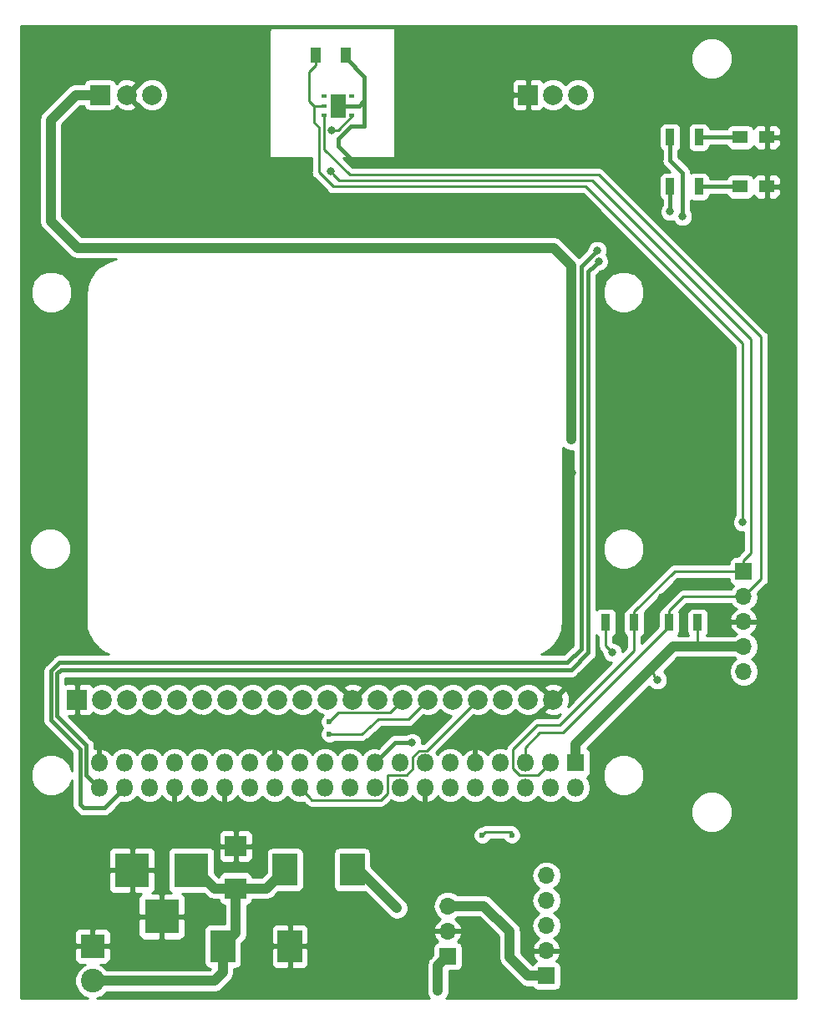
<source format=gtl>
G04 #@! TF.GenerationSoftware,KiCad,Pcbnew,(5.0.0-rc2-dev-691-g31b026c)*
G04 #@! TF.CreationDate,2018-05-13T20:35:11+02:00*
G04 #@! TF.ProjectId,backplane,6261636B706C616E652E6B696361645F,v1.6*
G04 #@! TF.SameCoordinates,Original*
G04 #@! TF.FileFunction,Copper,L1,Top,Signal*
G04 #@! TF.FilePolarity,Positive*
%FSLAX46Y46*%
G04 Gerber Fmt 4.6, Leading zero omitted, Abs format (unit mm)*
G04 Created by KiCad (PCBNEW (5.0.0-rc2-dev-691-g31b026c)) date Sunday, 13. May 2018, 20:35:11*
%MOMM*%
%LPD*%
G01*
G04 APERTURE LIST*
%ADD10R,0.900000X1.700000*%
%ADD11R,1.000000X1.600000*%
%ADD12R,0.600000X0.400000*%
%ADD13R,1.500000X2.400000*%
%ADD14R,1.800000X1.800000*%
%ADD15O,1.800000X1.800000*%
%ADD16R,2.000000X2.000000*%
%ADD17C,2.000000*%
%ADD18R,1.500000X1.300000*%
%ADD19O,1.700000X1.700000*%
%ADD20R,1.700000X1.700000*%
%ADD21R,2.400000X2.400000*%
%ADD22C,2.400000*%
%ADD23R,3.500000X3.500000*%
%ADD24R,2.180000X2.120000*%
%ADD25R,2.500000X3.300000*%
%ADD26C,1.000000*%
%ADD27C,0.800000*%
%ADD28C,0.600000*%
%ADD29C,0.400000*%
%ADD30C,1.000000*%
%ADD31C,0.250000*%
%ADD32C,0.254000*%
G04 APERTURE END LIST*
D10*
X91006000Y-75184000D03*
X93906000Y-75184000D03*
X100330000Y-75184000D03*
X97430000Y-75184000D03*
D11*
X64640000Y-17644800D03*
X61640000Y-17644800D03*
D10*
X97550000Y-26000000D03*
X100450000Y-26000000D03*
X97550000Y-31000000D03*
X100450000Y-31000000D03*
D12*
X62471000Y-22803000D03*
X62471000Y-23803000D03*
X62471000Y-21803000D03*
X65271000Y-21803000D03*
X65271000Y-23803000D03*
X65271000Y-22803000D03*
D13*
X63871000Y-22803000D03*
D14*
X87944000Y-89415000D03*
D15*
X87944000Y-91955000D03*
X85404000Y-89415000D03*
X85404000Y-91955000D03*
X82864000Y-89415000D03*
X82864000Y-91955000D03*
X80324000Y-89415000D03*
X80324000Y-91955000D03*
X77784000Y-89415000D03*
X77784000Y-91955000D03*
X75244000Y-89415000D03*
X75244000Y-91955000D03*
X72704000Y-89415000D03*
X72704000Y-91955000D03*
X70164000Y-89415000D03*
X70164000Y-91955000D03*
X67624000Y-89415000D03*
X67624000Y-91955000D03*
X65084000Y-89415000D03*
X65084000Y-91955000D03*
X62544000Y-89415000D03*
X62544000Y-91955000D03*
X60004000Y-89415000D03*
X60004000Y-91955000D03*
X57464000Y-89415000D03*
X57464000Y-91955000D03*
X54924000Y-89415000D03*
X54924000Y-91955000D03*
X52384000Y-89415000D03*
X52384000Y-91955000D03*
X49844000Y-89415000D03*
X49844000Y-91955000D03*
X47304000Y-89415000D03*
X47304000Y-91955000D03*
X44764000Y-89415000D03*
X44764000Y-91955000D03*
X42224000Y-89415000D03*
X42224000Y-91955000D03*
X39684000Y-89415000D03*
X39684000Y-91955000D03*
D16*
X37440000Y-83000000D03*
D17*
X39980000Y-83000000D03*
X42520000Y-83000000D03*
X45060000Y-83000000D03*
X47600000Y-83000000D03*
X50140000Y-83000000D03*
X52680000Y-83000000D03*
X55220000Y-83000000D03*
X57760000Y-83000000D03*
X60300000Y-83000000D03*
X62840000Y-83000000D03*
X65380000Y-83000000D03*
X67920000Y-83000000D03*
X70460000Y-83000000D03*
X73000000Y-83000000D03*
X75540000Y-83000000D03*
X78080000Y-83000000D03*
X80620000Y-83000000D03*
X83160000Y-83000000D03*
X85700000Y-83000000D03*
D16*
X39740000Y-21700000D03*
D17*
X42480000Y-21700000D03*
X45020000Y-21700000D03*
D16*
X83140000Y-21700000D03*
D17*
X85680000Y-21700000D03*
X88220000Y-21700000D03*
D18*
X104650000Y-26000000D03*
X107350000Y-26000000D03*
X107350000Y-31000000D03*
X104650000Y-31000000D03*
D19*
X85000000Y-100840000D03*
X85000000Y-103380000D03*
X85000000Y-105920000D03*
X85000000Y-108460000D03*
D20*
X85000000Y-111000000D03*
D21*
X39000000Y-108000000D03*
D22*
X39000000Y-111500000D03*
D23*
X46000000Y-105000000D03*
X43000000Y-100300000D03*
X49000000Y-100300000D03*
D19*
X75000000Y-103920000D03*
X75000000Y-106460000D03*
D20*
X75000000Y-109000000D03*
D24*
X53500000Y-102139500D03*
X53500000Y-97860500D03*
D25*
X59000000Y-108000000D03*
X52200000Y-108000000D03*
D19*
X105000000Y-80160000D03*
X105000000Y-77620000D03*
X105000000Y-75080000D03*
X105000000Y-72540000D03*
D20*
X105000000Y-70000000D03*
D25*
X58500000Y-100250000D03*
X65300000Y-100250000D03*
D26*
X50500000Y-32750000D03*
X75000000Y-25000000D03*
X90000000Y-25000000D03*
X81250000Y-32750000D03*
X35000000Y-55000000D03*
X35000000Y-75000000D03*
X50000000Y-85000000D03*
X80000000Y-85000000D03*
X90000000Y-80000000D03*
X100000000Y-85000000D03*
X105000000Y-90000000D03*
X95000000Y-100000000D03*
X75000000Y-100000000D03*
X55000000Y-110000000D03*
X60000000Y-105000000D03*
X45000000Y-110000000D03*
X35000000Y-95000000D03*
X95000000Y-50000000D03*
X105000000Y-40000000D03*
D27*
X65750000Y-28750000D03*
D26*
X96750000Y-72750000D03*
X33750000Y-37250000D03*
X94999998Y-60000000D03*
X87500000Y-60000000D03*
D27*
X104902000Y-65024000D03*
X91694000Y-78232000D03*
X96266000Y-81026000D03*
X71374000Y-87376000D03*
X87502998Y-56642000D03*
X63118998Y-29464000D03*
X63246000Y-25273000D03*
D28*
X63000000Y-86500000D03*
X63000000Y-85250000D03*
D27*
X98806000Y-34036000D03*
X90296999Y-38592011D03*
X97536000Y-33528000D03*
X90170006Y-37465000D03*
D26*
X69850000Y-104140000D03*
X74000000Y-112500000D03*
D28*
X78500000Y-96750000D03*
X81500000Y-96750000D03*
D29*
X104650000Y-26000000D02*
X100450000Y-26000000D01*
X100450000Y-31000000D02*
X104650000Y-31000000D01*
X64640000Y-17944800D02*
X66548000Y-19852800D01*
D30*
X64640000Y-17644800D02*
X64640000Y-17944800D01*
D29*
X66031002Y-22803000D02*
X65371000Y-22803000D01*
X66548000Y-22286002D02*
X66031002Y-22803000D01*
X66548000Y-19852800D02*
X66548000Y-22286002D01*
X65371000Y-22803000D02*
X63871000Y-22803000D01*
X66548000Y-22286002D02*
X66548000Y-24892000D01*
X63881000Y-26881000D02*
X65750000Y-28750000D01*
X66548000Y-24892000D02*
X65151000Y-24892000D01*
X65151000Y-24892000D02*
X63881000Y-26162000D01*
X63881000Y-26162000D02*
X63881000Y-26881000D01*
D30*
X103797919Y-77620000D02*
X105000000Y-77620000D01*
X87944000Y-89415000D02*
X87944000Y-87515000D01*
D31*
X61640000Y-18694800D02*
X60960000Y-19374800D01*
X61640000Y-17644800D02*
X61640000Y-18694800D01*
X60960000Y-19374800D02*
X60960000Y-22352000D01*
X61411000Y-22803000D02*
X62371000Y-22803000D01*
X60960000Y-22352000D02*
X61411000Y-22803000D01*
X100330000Y-75184000D02*
X100330000Y-76284000D01*
X100330000Y-76284000D02*
X100330000Y-77620000D01*
D30*
X100330000Y-77620000D02*
X103797919Y-77620000D01*
X97839000Y-77620000D02*
X100330000Y-77620000D01*
D31*
X91006000Y-77544000D02*
X91694000Y-78232000D01*
X91006000Y-75184000D02*
X91006000Y-77544000D01*
X95866001Y-80427001D02*
X95449000Y-80010000D01*
X96266000Y-81026000D02*
X95866001Y-80626001D01*
D30*
X95449000Y-80010000D02*
X97839000Y-77620000D01*
D31*
X95866001Y-80626001D02*
X95866001Y-80427001D01*
D30*
X87944000Y-87515000D02*
X95449000Y-80010000D01*
D29*
X69663000Y-87376000D02*
X71374000Y-87376000D01*
X67624000Y-89415000D02*
X69663000Y-87376000D01*
D31*
X104902000Y-46902000D02*
X104902000Y-65024000D01*
X88988000Y-30988000D02*
X104902000Y-46902000D01*
X61468000Y-24511000D02*
X61920990Y-24963990D01*
X61920990Y-24963990D02*
X61920990Y-29535990D01*
X61468000Y-22860000D02*
X61468000Y-24511000D01*
X61525000Y-22803000D02*
X61468000Y-22860000D01*
X63373000Y-30988000D02*
X88988000Y-30988000D01*
X61920990Y-29535990D02*
X63373000Y-30988000D01*
X62371000Y-22803000D02*
X61525000Y-22803000D01*
D30*
X78670000Y-103920000D02*
X75000000Y-103920000D01*
X81280000Y-109130000D02*
X81280000Y-106530000D01*
X81280000Y-106530000D02*
X78670000Y-103920000D01*
X83150000Y-111000000D02*
X81280000Y-109130000D01*
X85000000Y-111000000D02*
X83150000Y-111000000D01*
X87502998Y-56076315D02*
X87502998Y-56642000D01*
X85711000Y-37211000D02*
X87502998Y-39002998D01*
X34750000Y-34500000D02*
X37461000Y-37211000D01*
X34750000Y-24250000D02*
X34750000Y-34500000D01*
X87502998Y-39002998D02*
X87502998Y-56076315D01*
X39740000Y-21700000D02*
X37300000Y-21700000D01*
X37461000Y-37211000D02*
X85711000Y-37211000D01*
X37300000Y-21700000D02*
X34750000Y-24250000D01*
D31*
X93906000Y-78052000D02*
X93906000Y-75184000D01*
X86360000Y-85598000D02*
X93906000Y-78052000D01*
X84074000Y-85598000D02*
X86360000Y-85598000D01*
X81638999Y-88033001D02*
X84074000Y-85598000D01*
X81638999Y-90003001D02*
X81638999Y-88033001D01*
X82275999Y-90640001D02*
X81638999Y-90003001D01*
X84178999Y-90640001D02*
X82275999Y-90640001D01*
X85404000Y-89415000D02*
X84178999Y-90640001D01*
X103900000Y-70000000D02*
X105000000Y-70000000D01*
X93906000Y-74084000D02*
X97990000Y-70000000D01*
X97990000Y-70000000D02*
X103900000Y-70000000D01*
X93906000Y-75184000D02*
X93906000Y-74084000D01*
X63811685Y-25273000D02*
X63246000Y-25273000D01*
X65371000Y-23803000D02*
X63901000Y-25273000D01*
X63901000Y-25273000D02*
X63811685Y-25273000D01*
X64007998Y-30353000D02*
X63518997Y-29863999D01*
X105000000Y-70000000D02*
X105000000Y-68900000D01*
X89603000Y-30353000D02*
X64007998Y-30353000D01*
X63518997Y-29863999D02*
X63118998Y-29464000D01*
X105750000Y-46500000D02*
X89603000Y-30353000D01*
X105750000Y-68150000D02*
X105750000Y-46500000D01*
X105000000Y-68900000D02*
X105750000Y-68150000D01*
X97430000Y-75584000D02*
X86654000Y-86360000D01*
X97430000Y-75184000D02*
X97430000Y-75584000D01*
X86654000Y-86360000D02*
X84328000Y-86360000D01*
X82864000Y-87824000D02*
X84328000Y-86360000D01*
X82864000Y-89415000D02*
X82864000Y-87824000D01*
X97430000Y-75184000D02*
X97430000Y-74020000D01*
X98910000Y-72540000D02*
X105000000Y-72540000D01*
X97430000Y-74020000D02*
X98910000Y-72540000D01*
X106750000Y-70790000D02*
X105849999Y-71690001D01*
X106750000Y-46250000D02*
X106750000Y-70790000D01*
X65056998Y-29808002D02*
X90308002Y-29808002D01*
X90308002Y-29808002D02*
X106750000Y-46250000D01*
X105849999Y-71690001D02*
X105000000Y-72540000D01*
X62500000Y-27251004D02*
X65056998Y-29808002D01*
X62500000Y-23932000D02*
X62500000Y-27251004D01*
X62371000Y-23803000D02*
X62500000Y-23932000D01*
X72000001Y-83999999D02*
X73000000Y-83000000D01*
X71000000Y-85000000D02*
X72000001Y-83999999D01*
X68000000Y-85000000D02*
X71000000Y-85000000D01*
X66250000Y-86500000D02*
X68000000Y-85000000D01*
X63000000Y-86500000D02*
X66250000Y-86500000D01*
X69460001Y-83999999D02*
X70460000Y-83000000D01*
X69134999Y-84325001D02*
X69460001Y-83999999D01*
X63924999Y-84325001D02*
X69134999Y-84325001D01*
X63000000Y-85250000D02*
X63924999Y-84325001D01*
X70841999Y-90640001D02*
X68859999Y-90640001D01*
X78080000Y-83000000D02*
X72890001Y-88189999D01*
X71478999Y-88826999D02*
X71478999Y-90003001D01*
X72115999Y-88189999D02*
X71478999Y-88826999D01*
X72890001Y-88189999D02*
X72115999Y-88189999D01*
X71478999Y-90003001D02*
X70841999Y-90640001D01*
X60903999Y-92854999D02*
X60004000Y-91955000D01*
X61229001Y-93180001D02*
X60903999Y-92854999D01*
X68212001Y-93180001D02*
X61229001Y-93180001D01*
X68859999Y-92532003D02*
X68212001Y-93180001D01*
X68859999Y-90640001D02*
X68859999Y-92532003D01*
D29*
X98806000Y-33470315D02*
X98806000Y-34036000D01*
X97550000Y-28335000D02*
X98806000Y-29591000D01*
X98806000Y-29591000D02*
X98806000Y-33470315D01*
X97550000Y-26000000D02*
X97550000Y-28335000D01*
X38350011Y-90621011D02*
X38350011Y-87626011D01*
X87500000Y-80000000D02*
X89250000Y-78250000D01*
X39684000Y-91955000D02*
X38350011Y-90621011D01*
X38350011Y-87626011D02*
X35398011Y-84674011D01*
X35398011Y-84674011D02*
X35398011Y-80351989D01*
X89250000Y-78250000D02*
X89250000Y-39639010D01*
X35750000Y-80000000D02*
X87500000Y-80000000D01*
X35398011Y-80351989D02*
X35750000Y-80000000D01*
X89897000Y-38992010D02*
X90296999Y-38592011D01*
X89250000Y-39639010D02*
X89897000Y-38992010D01*
X97550000Y-33514000D02*
X97536000Y-33528000D01*
X97550000Y-31000000D02*
X97550000Y-33514000D01*
X89770007Y-37864999D02*
X90170006Y-37465000D01*
X34798000Y-80103457D02*
X35651457Y-79250000D01*
X88500000Y-39135006D02*
X89770007Y-37864999D01*
X34798000Y-85090000D02*
X34798000Y-80103457D01*
X37750000Y-88042000D02*
X34798000Y-85090000D01*
X40199000Y-93980000D02*
X38100000Y-93980000D01*
X42224000Y-91955000D02*
X40199000Y-93980000D01*
X88500000Y-77870000D02*
X88500000Y-39135006D01*
X38100000Y-93980000D02*
X37750000Y-93630000D01*
X35651457Y-79250000D02*
X87120000Y-79250000D01*
X37750000Y-93630000D02*
X37750000Y-88042000D01*
X87120000Y-79250000D02*
X88500000Y-77870000D01*
D30*
X65960000Y-100250000D02*
X69850000Y-104140000D01*
X65300000Y-100250000D02*
X65960000Y-100250000D01*
X74000000Y-110000000D02*
X75000000Y-109000000D01*
X74000000Y-112500000D02*
X74000000Y-110000000D01*
D31*
X78799999Y-96450001D02*
X81450001Y-96450001D01*
X78500000Y-96750000D02*
X78799999Y-96450001D01*
X81500000Y-96500000D02*
X81500000Y-96750000D01*
X81450001Y-96450001D02*
X81500000Y-96500000D01*
D30*
X49000000Y-100300000D02*
X49500000Y-100300000D01*
X51339500Y-102139500D02*
X53500000Y-102139500D01*
X49500000Y-100300000D02*
X51339500Y-102139500D01*
X40697056Y-111500000D02*
X39000000Y-111500000D01*
X51350000Y-111500000D02*
X40697056Y-111500000D01*
X52200000Y-110650000D02*
X51350000Y-111500000D01*
X52200000Y-108000000D02*
X52200000Y-110650000D01*
X53500000Y-106700000D02*
X52200000Y-108000000D01*
X53500000Y-102139500D02*
X53500000Y-106700000D01*
X56610500Y-102139500D02*
X58500000Y-100250000D01*
X53500000Y-102139500D02*
X56610500Y-102139500D01*
D32*
G36*
X110290000Y-113290000D02*
X74837191Y-113290000D01*
X74881609Y-113223524D01*
X74962207Y-113142926D01*
X75005826Y-113037620D01*
X75069146Y-112942855D01*
X75091381Y-112831072D01*
X75135000Y-112725766D01*
X75135000Y-110497440D01*
X75850000Y-110497440D01*
X76097765Y-110448157D01*
X76307809Y-110307809D01*
X76448157Y-110097765D01*
X76497440Y-109850000D01*
X76497440Y-108150000D01*
X76448157Y-107902235D01*
X76307809Y-107692191D01*
X76097765Y-107551843D01*
X75994292Y-107531261D01*
X76271645Y-107226924D01*
X76441476Y-106816890D01*
X76320155Y-106587000D01*
X75127000Y-106587000D01*
X75127000Y-106607000D01*
X74873000Y-106607000D01*
X74873000Y-106587000D01*
X73679845Y-106587000D01*
X73558524Y-106816890D01*
X73728355Y-107226924D01*
X74005708Y-107531261D01*
X73902235Y-107551843D01*
X73692191Y-107692191D01*
X73551843Y-107902235D01*
X73502560Y-108150000D01*
X73502560Y-108892308D01*
X73276479Y-109118390D01*
X73181712Y-109181711D01*
X73085095Y-109326309D01*
X72930854Y-109557146D01*
X72842765Y-110000000D01*
X72865001Y-110111788D01*
X72865000Y-112274234D01*
X72865000Y-112725766D01*
X72908619Y-112831073D01*
X72930854Y-112942854D01*
X72994173Y-113037618D01*
X73037793Y-113142926D01*
X73118392Y-113223525D01*
X73162809Y-113290000D01*
X39473644Y-113290000D01*
X40039444Y-113055638D01*
X40460082Y-112635000D01*
X51238217Y-112635000D01*
X51350000Y-112657235D01*
X51461783Y-112635000D01*
X51792855Y-112569146D01*
X52168289Y-112318289D01*
X52231612Y-112223519D01*
X52923523Y-111531609D01*
X53018289Y-111468289D01*
X53269146Y-111092855D01*
X53335000Y-110761783D01*
X53357235Y-110650000D01*
X53335000Y-110538217D01*
X53335000Y-110297440D01*
X53450000Y-110297440D01*
X53697765Y-110248157D01*
X53907809Y-110107809D01*
X54048157Y-109897765D01*
X54097440Y-109650000D01*
X54097440Y-108285750D01*
X57115000Y-108285750D01*
X57115000Y-109776309D01*
X57211673Y-110009698D01*
X57390301Y-110188327D01*
X57623690Y-110285000D01*
X58714250Y-110285000D01*
X58873000Y-110126250D01*
X58873000Y-108127000D01*
X59127000Y-108127000D01*
X59127000Y-110126250D01*
X59285750Y-110285000D01*
X60376310Y-110285000D01*
X60609699Y-110188327D01*
X60788327Y-110009698D01*
X60885000Y-109776309D01*
X60885000Y-108285750D01*
X60726250Y-108127000D01*
X59127000Y-108127000D01*
X58873000Y-108127000D01*
X57273750Y-108127000D01*
X57115000Y-108285750D01*
X54097440Y-108285750D01*
X54097440Y-107707692D01*
X54223521Y-107581611D01*
X54318289Y-107518289D01*
X54569146Y-107142855D01*
X54635000Y-106811783D01*
X54657235Y-106700000D01*
X54635000Y-106588217D01*
X54635000Y-106223691D01*
X57115000Y-106223691D01*
X57115000Y-107714250D01*
X57273750Y-107873000D01*
X58873000Y-107873000D01*
X58873000Y-105873750D01*
X59127000Y-105873750D01*
X59127000Y-107873000D01*
X60726250Y-107873000D01*
X60885000Y-107714250D01*
X60885000Y-106223691D01*
X60788327Y-105990302D01*
X60609699Y-105811673D01*
X60376310Y-105715000D01*
X59285750Y-105715000D01*
X59127000Y-105873750D01*
X58873000Y-105873750D01*
X58714250Y-105715000D01*
X57623690Y-105715000D01*
X57390301Y-105811673D01*
X57211673Y-105990302D01*
X57115000Y-106223691D01*
X54635000Y-106223691D01*
X54635000Y-103837989D01*
X54837765Y-103797657D01*
X55047809Y-103657309D01*
X55188157Y-103447265D01*
X55222522Y-103274500D01*
X56498717Y-103274500D01*
X56610500Y-103296735D01*
X56722283Y-103274500D01*
X57053355Y-103208646D01*
X57428789Y-102957789D01*
X57492113Y-102863019D01*
X57807691Y-102547440D01*
X59750000Y-102547440D01*
X59997765Y-102498157D01*
X60207809Y-102357809D01*
X60348157Y-102147765D01*
X60397440Y-101900000D01*
X60397440Y-98600000D01*
X63402560Y-98600000D01*
X63402560Y-101900000D01*
X63451843Y-102147765D01*
X63592191Y-102357809D01*
X63802235Y-102498157D01*
X64050000Y-102547440D01*
X66550000Y-102547440D01*
X66635335Y-102530466D01*
X68887792Y-104782924D01*
X68887793Y-104782926D01*
X69207074Y-105102207D01*
X69312381Y-105145827D01*
X69407145Y-105209146D01*
X69518928Y-105231381D01*
X69624234Y-105275000D01*
X69738217Y-105275000D01*
X69850000Y-105297235D01*
X69961783Y-105275000D01*
X70075766Y-105275000D01*
X70181073Y-105231381D01*
X70292854Y-105209146D01*
X70387616Y-105145828D01*
X70492926Y-105102207D01*
X70573528Y-105021605D01*
X70668288Y-104958288D01*
X70731605Y-104863528D01*
X70812207Y-104782926D01*
X70855828Y-104677616D01*
X70919146Y-104582854D01*
X70941381Y-104471073D01*
X70985000Y-104365766D01*
X70985000Y-104251783D01*
X71007235Y-104140000D01*
X70985000Y-104028217D01*
X70985000Y-103920000D01*
X73485908Y-103920000D01*
X73601161Y-104499418D01*
X73929375Y-104990625D01*
X74248478Y-105203843D01*
X74118642Y-105264817D01*
X73728355Y-105693076D01*
X73558524Y-106103110D01*
X73679845Y-106333000D01*
X74873000Y-106333000D01*
X74873000Y-106313000D01*
X75127000Y-106313000D01*
X75127000Y-106333000D01*
X76320155Y-106333000D01*
X76441476Y-106103110D01*
X76271645Y-105693076D01*
X75881358Y-105264817D01*
X75751522Y-105203843D01*
X75974281Y-105055000D01*
X78199869Y-105055000D01*
X80145001Y-107000133D01*
X80145000Y-109018217D01*
X80122765Y-109130000D01*
X80145000Y-109241782D01*
X80210854Y-109572854D01*
X80461711Y-109948289D01*
X80556482Y-110011613D01*
X82268389Y-111723521D01*
X82331711Y-111818289D01*
X82707145Y-112069146D01*
X83038217Y-112135000D01*
X83149999Y-112157235D01*
X83261781Y-112135000D01*
X83576723Y-112135000D01*
X83692191Y-112307809D01*
X83902235Y-112448157D01*
X84150000Y-112497440D01*
X85850000Y-112497440D01*
X86097765Y-112448157D01*
X86307809Y-112307809D01*
X86448157Y-112097765D01*
X86497440Y-111850000D01*
X86497440Y-110150000D01*
X86448157Y-109902235D01*
X86307809Y-109692191D01*
X86097765Y-109551843D01*
X85994292Y-109531261D01*
X86271645Y-109226924D01*
X86441476Y-108816890D01*
X86320155Y-108587000D01*
X85127000Y-108587000D01*
X85127000Y-108607000D01*
X84873000Y-108607000D01*
X84873000Y-108587000D01*
X83679845Y-108587000D01*
X83558524Y-108816890D01*
X83728355Y-109226924D01*
X84005708Y-109531261D01*
X83902235Y-109551843D01*
X83692191Y-109692191D01*
X83594110Y-109838978D01*
X82415000Y-108659869D01*
X82415000Y-106641781D01*
X82437235Y-106529999D01*
X82396209Y-106323750D01*
X82349146Y-106087145D01*
X82098289Y-105711711D01*
X82003521Y-105648389D01*
X79551613Y-103196482D01*
X79488289Y-103101711D01*
X79112855Y-102850854D01*
X78781783Y-102785000D01*
X78670000Y-102762765D01*
X78558217Y-102785000D01*
X75974281Y-102785000D01*
X75579418Y-102521161D01*
X75146256Y-102435000D01*
X74853744Y-102435000D01*
X74420582Y-102521161D01*
X73929375Y-102849375D01*
X73601161Y-103340582D01*
X73485908Y-103920000D01*
X70985000Y-103920000D01*
X70985000Y-103914234D01*
X70941381Y-103808928D01*
X70919146Y-103697145D01*
X70855827Y-103602381D01*
X70812207Y-103497074D01*
X70492926Y-103177793D01*
X70492924Y-103177792D01*
X68155132Y-100840000D01*
X83485908Y-100840000D01*
X83601161Y-101419418D01*
X83929375Y-101910625D01*
X84227761Y-102110000D01*
X83929375Y-102309375D01*
X83601161Y-102800582D01*
X83485908Y-103380000D01*
X83601161Y-103959418D01*
X83929375Y-104450625D01*
X84227761Y-104650000D01*
X83929375Y-104849375D01*
X83601161Y-105340582D01*
X83485908Y-105920000D01*
X83601161Y-106499418D01*
X83929375Y-106990625D01*
X84248478Y-107203843D01*
X84118642Y-107264817D01*
X83728355Y-107693076D01*
X83558524Y-108103110D01*
X83679845Y-108333000D01*
X84873000Y-108333000D01*
X84873000Y-108313000D01*
X85127000Y-108313000D01*
X85127000Y-108333000D01*
X86320155Y-108333000D01*
X86441476Y-108103110D01*
X86271645Y-107693076D01*
X85881358Y-107264817D01*
X85751522Y-107203843D01*
X86070625Y-106990625D01*
X86398839Y-106499418D01*
X86514092Y-105920000D01*
X86398839Y-105340582D01*
X86070625Y-104849375D01*
X85772239Y-104650000D01*
X86070625Y-104450625D01*
X86398839Y-103959418D01*
X86514092Y-103380000D01*
X86398839Y-102800582D01*
X86070625Y-102309375D01*
X85772239Y-102110000D01*
X86070625Y-101910625D01*
X86398839Y-101419418D01*
X86514092Y-100840000D01*
X86398839Y-100260582D01*
X86070625Y-99769375D01*
X85579418Y-99441161D01*
X85146256Y-99355000D01*
X84853744Y-99355000D01*
X84420582Y-99441161D01*
X83929375Y-99769375D01*
X83601161Y-100260582D01*
X83485908Y-100840000D01*
X68155132Y-100840000D01*
X67197440Y-99882309D01*
X67197440Y-98600000D01*
X67148157Y-98352235D01*
X67007809Y-98142191D01*
X66797765Y-98001843D01*
X66550000Y-97952560D01*
X64050000Y-97952560D01*
X63802235Y-98001843D01*
X63592191Y-98142191D01*
X63451843Y-98352235D01*
X63402560Y-98600000D01*
X60397440Y-98600000D01*
X60348157Y-98352235D01*
X60207809Y-98142191D01*
X59997765Y-98001843D01*
X59750000Y-97952560D01*
X57250000Y-97952560D01*
X57002235Y-98001843D01*
X56792191Y-98142191D01*
X56651843Y-98352235D01*
X56602560Y-98600000D01*
X56602560Y-100542308D01*
X56140369Y-101004500D01*
X55222522Y-101004500D01*
X55188157Y-100831735D01*
X55047809Y-100621691D01*
X54837765Y-100481343D01*
X54590000Y-100432060D01*
X52410000Y-100432060D01*
X52162235Y-100481343D01*
X51952191Y-100621691D01*
X51811843Y-100831735D01*
X51782813Y-100977681D01*
X51397440Y-100592308D01*
X51397440Y-98550000D01*
X51348157Y-98302235D01*
X51243931Y-98146250D01*
X51775000Y-98146250D01*
X51775000Y-99046809D01*
X51871673Y-99280198D01*
X52050301Y-99458827D01*
X52283690Y-99555500D01*
X53214250Y-99555500D01*
X53373000Y-99396750D01*
X53373000Y-97987500D01*
X53627000Y-97987500D01*
X53627000Y-99396750D01*
X53785750Y-99555500D01*
X54716310Y-99555500D01*
X54949699Y-99458827D01*
X55128327Y-99280198D01*
X55225000Y-99046809D01*
X55225000Y-98146250D01*
X55066250Y-97987500D01*
X53627000Y-97987500D01*
X53373000Y-97987500D01*
X51933750Y-97987500D01*
X51775000Y-98146250D01*
X51243931Y-98146250D01*
X51207809Y-98092191D01*
X50997765Y-97951843D01*
X50750000Y-97902560D01*
X47250000Y-97902560D01*
X47002235Y-97951843D01*
X46792191Y-98092191D01*
X46651843Y-98302235D01*
X46602560Y-98550000D01*
X46602560Y-102050000D01*
X46651843Y-102297765D01*
X46792191Y-102507809D01*
X46952612Y-102615000D01*
X46285750Y-102615000D01*
X46127000Y-102773750D01*
X46127000Y-104873000D01*
X48226250Y-104873000D01*
X48385000Y-104714250D01*
X48385000Y-103123690D01*
X48288327Y-102890301D01*
X48109698Y-102711673D01*
X48075337Y-102697440D01*
X50292308Y-102697440D01*
X50457889Y-102863021D01*
X50521211Y-102957789D01*
X50850470Y-103177793D01*
X50896645Y-103208646D01*
X51339500Y-103296735D01*
X51451283Y-103274500D01*
X51777478Y-103274500D01*
X51811843Y-103447265D01*
X51952191Y-103657309D01*
X52162235Y-103797657D01*
X52365000Y-103837989D01*
X52365001Y-105702560D01*
X50950000Y-105702560D01*
X50702235Y-105751843D01*
X50492191Y-105892191D01*
X50351843Y-106102235D01*
X50302560Y-106350000D01*
X50302560Y-109650000D01*
X50351843Y-109897765D01*
X50492191Y-110107809D01*
X50702235Y-110248157D01*
X50947855Y-110297013D01*
X50879868Y-110365000D01*
X40460082Y-110365000D01*
X40039444Y-109944362D01*
X39775421Y-109835000D01*
X40326310Y-109835000D01*
X40559699Y-109738327D01*
X40738327Y-109559698D01*
X40835000Y-109326309D01*
X40835000Y-108285750D01*
X40676250Y-108127000D01*
X39127000Y-108127000D01*
X39127000Y-108147000D01*
X38873000Y-108147000D01*
X38873000Y-108127000D01*
X37323750Y-108127000D01*
X37165000Y-108285750D01*
X37165000Y-109326309D01*
X37261673Y-109559698D01*
X37440301Y-109738327D01*
X37673690Y-109835000D01*
X38224579Y-109835000D01*
X37960556Y-109944362D01*
X37444362Y-110460556D01*
X37165000Y-111134996D01*
X37165000Y-111865004D01*
X37444362Y-112539444D01*
X37960556Y-113055638D01*
X38526356Y-113290000D01*
X31710000Y-113290000D01*
X31710000Y-106673691D01*
X37165000Y-106673691D01*
X37165000Y-107714250D01*
X37323750Y-107873000D01*
X38873000Y-107873000D01*
X38873000Y-106323750D01*
X39127000Y-106323750D01*
X39127000Y-107873000D01*
X40676250Y-107873000D01*
X40835000Y-107714250D01*
X40835000Y-106673691D01*
X40738327Y-106440302D01*
X40559699Y-106261673D01*
X40326310Y-106165000D01*
X39285750Y-106165000D01*
X39127000Y-106323750D01*
X38873000Y-106323750D01*
X38714250Y-106165000D01*
X37673690Y-106165000D01*
X37440301Y-106261673D01*
X37261673Y-106440302D01*
X37165000Y-106673691D01*
X31710000Y-106673691D01*
X31710000Y-105285750D01*
X43615000Y-105285750D01*
X43615000Y-106876310D01*
X43711673Y-107109699D01*
X43890302Y-107288327D01*
X44123691Y-107385000D01*
X45714250Y-107385000D01*
X45873000Y-107226250D01*
X45873000Y-105127000D01*
X46127000Y-105127000D01*
X46127000Y-107226250D01*
X46285750Y-107385000D01*
X47876309Y-107385000D01*
X48109698Y-107288327D01*
X48288327Y-107109699D01*
X48385000Y-106876310D01*
X48385000Y-105285750D01*
X48226250Y-105127000D01*
X46127000Y-105127000D01*
X45873000Y-105127000D01*
X43773750Y-105127000D01*
X43615000Y-105285750D01*
X31710000Y-105285750D01*
X31710000Y-100585750D01*
X40615000Y-100585750D01*
X40615000Y-102176310D01*
X40711673Y-102409699D01*
X40890302Y-102588327D01*
X41123691Y-102685000D01*
X42714250Y-102685000D01*
X42873000Y-102526250D01*
X42873000Y-100427000D01*
X43127000Y-100427000D01*
X43127000Y-102526250D01*
X43285750Y-102685000D01*
X43954696Y-102685000D01*
X43890302Y-102711673D01*
X43711673Y-102890301D01*
X43615000Y-103123690D01*
X43615000Y-104714250D01*
X43773750Y-104873000D01*
X45873000Y-104873000D01*
X45873000Y-102773750D01*
X45714250Y-102615000D01*
X45045304Y-102615000D01*
X45109698Y-102588327D01*
X45288327Y-102409699D01*
X45385000Y-102176310D01*
X45385000Y-100585750D01*
X45226250Y-100427000D01*
X43127000Y-100427000D01*
X42873000Y-100427000D01*
X40773750Y-100427000D01*
X40615000Y-100585750D01*
X31710000Y-100585750D01*
X31710000Y-98423690D01*
X40615000Y-98423690D01*
X40615000Y-100014250D01*
X40773750Y-100173000D01*
X42873000Y-100173000D01*
X42873000Y-98073750D01*
X43127000Y-98073750D01*
X43127000Y-100173000D01*
X45226250Y-100173000D01*
X45385000Y-100014250D01*
X45385000Y-98423690D01*
X45288327Y-98190301D01*
X45109698Y-98011673D01*
X44876309Y-97915000D01*
X43285750Y-97915000D01*
X43127000Y-98073750D01*
X42873000Y-98073750D01*
X42714250Y-97915000D01*
X41123691Y-97915000D01*
X40890302Y-98011673D01*
X40711673Y-98190301D01*
X40615000Y-98423690D01*
X31710000Y-98423690D01*
X31710000Y-96674191D01*
X51775000Y-96674191D01*
X51775000Y-97574750D01*
X51933750Y-97733500D01*
X53373000Y-97733500D01*
X53373000Y-96324250D01*
X53627000Y-96324250D01*
X53627000Y-97733500D01*
X55066250Y-97733500D01*
X55225000Y-97574750D01*
X55225000Y-96674191D01*
X55179365Y-96564017D01*
X77565000Y-96564017D01*
X77565000Y-96935983D01*
X77707345Y-97279635D01*
X77970365Y-97542655D01*
X78314017Y-97685000D01*
X78685983Y-97685000D01*
X79029635Y-97542655D01*
X79292655Y-97279635D01*
X79321498Y-97210001D01*
X80678502Y-97210001D01*
X80707345Y-97279635D01*
X80970365Y-97542655D01*
X81314017Y-97685000D01*
X81685983Y-97685000D01*
X82029635Y-97542655D01*
X82292655Y-97279635D01*
X82435000Y-96935983D01*
X82435000Y-96564017D01*
X82292655Y-96220365D01*
X82095387Y-96023097D01*
X82047929Y-95952071D01*
X82017957Y-95932044D01*
X81997930Y-95902072D01*
X81746538Y-95734097D01*
X81524853Y-95690001D01*
X81524848Y-95690001D01*
X81450001Y-95675113D01*
X81375154Y-95690001D01*
X78874847Y-95690001D01*
X78799999Y-95675113D01*
X78725151Y-95690001D01*
X78725147Y-95690001D01*
X78551604Y-95724521D01*
X78503461Y-95734097D01*
X78428633Y-95784096D01*
X78382382Y-95815000D01*
X78314017Y-95815000D01*
X77970365Y-95957345D01*
X77707345Y-96220365D01*
X77565000Y-96564017D01*
X55179365Y-96564017D01*
X55128327Y-96440802D01*
X54949699Y-96262173D01*
X54716310Y-96165500D01*
X53785750Y-96165500D01*
X53627000Y-96324250D01*
X53373000Y-96324250D01*
X53214250Y-96165500D01*
X52283690Y-96165500D01*
X52050301Y-96262173D01*
X51871673Y-96440802D01*
X51775000Y-96674191D01*
X31710000Y-96674191D01*
X31710000Y-90265295D01*
X32704000Y-90265295D01*
X32704000Y-91104705D01*
X33025229Y-91880219D01*
X33618781Y-92473771D01*
X34394295Y-92795000D01*
X35233705Y-92795000D01*
X36009219Y-92473771D01*
X36602771Y-91880219D01*
X36915000Y-91126432D01*
X36915000Y-93547767D01*
X36898643Y-93630000D01*
X36915000Y-93712233D01*
X36915000Y-93712236D01*
X36963448Y-93955800D01*
X37147999Y-94232001D01*
X37217720Y-94278587D01*
X37451413Y-94512280D01*
X37497999Y-94582001D01*
X37774199Y-94766552D01*
X38017763Y-94815000D01*
X38100000Y-94831358D01*
X38182237Y-94815000D01*
X40116767Y-94815000D01*
X40199000Y-94831357D01*
X40281233Y-94815000D01*
X40281237Y-94815000D01*
X40524801Y-94766552D01*
X40801001Y-94582001D01*
X40847587Y-94512280D01*
X41389572Y-93970295D01*
X99637000Y-93970295D01*
X99637000Y-94809705D01*
X99958229Y-95585219D01*
X100551781Y-96178771D01*
X101327295Y-96500000D01*
X102166705Y-96500000D01*
X102942219Y-96178771D01*
X103535771Y-95585219D01*
X103857000Y-94809705D01*
X103857000Y-93970295D01*
X103535771Y-93194781D01*
X102942219Y-92601229D01*
X102166705Y-92280000D01*
X101327295Y-92280000D01*
X100551781Y-92601229D01*
X99958229Y-93194781D01*
X99637000Y-93970295D01*
X41389572Y-93970295D01*
X41903540Y-93456328D01*
X42072818Y-93490000D01*
X42375182Y-93490000D01*
X42822927Y-93400938D01*
X43330673Y-93061673D01*
X43494000Y-92817237D01*
X43657327Y-93061673D01*
X44165073Y-93400938D01*
X44612818Y-93490000D01*
X44915182Y-93490000D01*
X45362927Y-93400938D01*
X45870673Y-93061673D01*
X46040418Y-92807632D01*
X46066034Y-92862576D01*
X46507583Y-93267240D01*
X46939260Y-93446036D01*
X47177000Y-93325378D01*
X47177000Y-92082000D01*
X47157000Y-92082000D01*
X47157000Y-91828000D01*
X47177000Y-91828000D01*
X47177000Y-91808000D01*
X47431000Y-91808000D01*
X47431000Y-91828000D01*
X47451000Y-91828000D01*
X47451000Y-92082000D01*
X47431000Y-92082000D01*
X47431000Y-93325378D01*
X47668740Y-93446036D01*
X48100417Y-93267240D01*
X48541966Y-92862576D01*
X48567582Y-92807632D01*
X48737327Y-93061673D01*
X49245073Y-93400938D01*
X49692818Y-93490000D01*
X49995182Y-93490000D01*
X50442927Y-93400938D01*
X50950673Y-93061673D01*
X51120418Y-92807632D01*
X51146034Y-92862576D01*
X51587583Y-93267240D01*
X52019260Y-93446036D01*
X52257000Y-93325378D01*
X52257000Y-92082000D01*
X52237000Y-92082000D01*
X52237000Y-91828000D01*
X52257000Y-91828000D01*
X52257000Y-91808000D01*
X52511000Y-91808000D01*
X52511000Y-91828000D01*
X52531000Y-91828000D01*
X52531000Y-92082000D01*
X52511000Y-92082000D01*
X52511000Y-93325378D01*
X52748740Y-93446036D01*
X53180417Y-93267240D01*
X53621966Y-92862576D01*
X53647582Y-92807632D01*
X53817327Y-93061673D01*
X54325073Y-93400938D01*
X54772818Y-93490000D01*
X55075182Y-93490000D01*
X55522927Y-93400938D01*
X56030673Y-93061673D01*
X56194000Y-92817237D01*
X56357327Y-93061673D01*
X56865073Y-93400938D01*
X57312818Y-93490000D01*
X57615182Y-93490000D01*
X58062927Y-93400938D01*
X58570673Y-93061673D01*
X58734000Y-92817237D01*
X58897327Y-93061673D01*
X59405073Y-93400938D01*
X59852818Y-93490000D01*
X60155182Y-93490000D01*
X60412929Y-93438731D01*
X60419526Y-93445328D01*
X60419529Y-93445330D01*
X60638670Y-93664471D01*
X60681072Y-93727930D01*
X60932464Y-93895905D01*
X61154149Y-93940001D01*
X61154153Y-93940001D01*
X61229000Y-93954889D01*
X61303847Y-93940001D01*
X68137154Y-93940001D01*
X68212001Y-93954889D01*
X68286848Y-93940001D01*
X68286853Y-93940001D01*
X68508538Y-93895905D01*
X68759930Y-93727930D01*
X68802332Y-93664471D01*
X69265820Y-93200984D01*
X69565073Y-93400938D01*
X70012818Y-93490000D01*
X70315182Y-93490000D01*
X70762927Y-93400938D01*
X71270673Y-93061673D01*
X71440418Y-92807632D01*
X71466034Y-92862576D01*
X71907583Y-93267240D01*
X72339260Y-93446036D01*
X72577000Y-93325378D01*
X72577000Y-92082000D01*
X72557000Y-92082000D01*
X72557000Y-91828000D01*
X72577000Y-91828000D01*
X72577000Y-91808000D01*
X72831000Y-91808000D01*
X72831000Y-91828000D01*
X72851000Y-91828000D01*
X72851000Y-92082000D01*
X72831000Y-92082000D01*
X72831000Y-93325378D01*
X73068740Y-93446036D01*
X73500417Y-93267240D01*
X73941966Y-92862576D01*
X73967582Y-92807632D01*
X74137327Y-93061673D01*
X74645073Y-93400938D01*
X75092818Y-93490000D01*
X75395182Y-93490000D01*
X75842927Y-93400938D01*
X76350673Y-93061673D01*
X76514000Y-92817237D01*
X76677327Y-93061673D01*
X77185073Y-93400938D01*
X77632818Y-93490000D01*
X77935182Y-93490000D01*
X78382927Y-93400938D01*
X78890673Y-93061673D01*
X79054000Y-92817237D01*
X79217327Y-93061673D01*
X79725073Y-93400938D01*
X80172818Y-93490000D01*
X80475182Y-93490000D01*
X80922927Y-93400938D01*
X81430673Y-93061673D01*
X81594000Y-92817237D01*
X81757327Y-93061673D01*
X82265073Y-93400938D01*
X82712818Y-93490000D01*
X83015182Y-93490000D01*
X83462927Y-93400938D01*
X83970673Y-93061673D01*
X84134000Y-92817237D01*
X84297327Y-93061673D01*
X84805073Y-93400938D01*
X85252818Y-93490000D01*
X85555182Y-93490000D01*
X86002927Y-93400938D01*
X86510673Y-93061673D01*
X86674000Y-92817237D01*
X86837327Y-93061673D01*
X87345073Y-93400938D01*
X87792818Y-93490000D01*
X88095182Y-93490000D01*
X88542927Y-93400938D01*
X89050673Y-93061673D01*
X89389938Y-92553927D01*
X89509072Y-91955000D01*
X89389938Y-91356073D01*
X89093304Y-90912129D01*
X89301809Y-90772809D01*
X89442157Y-90562765D01*
X89491440Y-90315000D01*
X89491440Y-90265295D01*
X90704000Y-90265295D01*
X90704000Y-91104705D01*
X91025229Y-91880219D01*
X91618781Y-92473771D01*
X92394295Y-92795000D01*
X93233705Y-92795000D01*
X94009219Y-92473771D01*
X94602771Y-91880219D01*
X94924000Y-91104705D01*
X94924000Y-90265295D01*
X94602771Y-89489781D01*
X94009219Y-88896229D01*
X93233705Y-88575000D01*
X92394295Y-88575000D01*
X91618781Y-88896229D01*
X91025229Y-89489781D01*
X90704000Y-90265295D01*
X89491440Y-90265295D01*
X89491440Y-88515000D01*
X89442157Y-88267235D01*
X89301809Y-88057191D01*
X89125049Y-87939083D01*
X95420210Y-81643921D01*
X95679720Y-81903431D01*
X96060126Y-82061000D01*
X96471874Y-82061000D01*
X96852280Y-81903431D01*
X97143431Y-81612280D01*
X97301000Y-81231874D01*
X97301000Y-80820126D01*
X97143431Y-80439720D01*
X96883921Y-80180210D01*
X98309132Y-78755000D01*
X104025719Y-78755000D01*
X104227761Y-78890000D01*
X103929375Y-79089375D01*
X103601161Y-79580582D01*
X103485908Y-80160000D01*
X103601161Y-80739418D01*
X103929375Y-81230625D01*
X104420582Y-81558839D01*
X104853744Y-81645000D01*
X105146256Y-81645000D01*
X105579418Y-81558839D01*
X106070625Y-81230625D01*
X106398839Y-80739418D01*
X106514092Y-80160000D01*
X106398839Y-79580582D01*
X106070625Y-79089375D01*
X105772239Y-78890000D01*
X106070625Y-78690625D01*
X106398839Y-78199418D01*
X106514092Y-77620000D01*
X106398839Y-77040582D01*
X106070625Y-76549375D01*
X105751522Y-76336157D01*
X105881358Y-76275183D01*
X106271645Y-75846924D01*
X106441476Y-75436890D01*
X106320155Y-75207000D01*
X105127000Y-75207000D01*
X105127000Y-75227000D01*
X104873000Y-75227000D01*
X104873000Y-75207000D01*
X103679845Y-75207000D01*
X103558524Y-75436890D01*
X103728355Y-75846924D01*
X104118642Y-76275183D01*
X104248478Y-76336157D01*
X104025719Y-76485000D01*
X101242359Y-76485000D01*
X101378157Y-76281765D01*
X101427440Y-76034000D01*
X101427440Y-74334000D01*
X101378157Y-74086235D01*
X101237809Y-73876191D01*
X101027765Y-73735843D01*
X100780000Y-73686560D01*
X99880000Y-73686560D01*
X99632235Y-73735843D01*
X99422191Y-73876191D01*
X99281843Y-74086235D01*
X99232560Y-74334000D01*
X99232560Y-76034000D01*
X99281843Y-76281765D01*
X99417641Y-76485000D01*
X98342359Y-76485000D01*
X98478157Y-76281765D01*
X98527440Y-76034000D01*
X98527440Y-74334000D01*
X98478157Y-74086235D01*
X98462299Y-74062502D01*
X99224802Y-73300000D01*
X103721822Y-73300000D01*
X103929375Y-73610625D01*
X104248478Y-73823843D01*
X104118642Y-73884817D01*
X103728355Y-74313076D01*
X103558524Y-74723110D01*
X103679845Y-74953000D01*
X104873000Y-74953000D01*
X104873000Y-74933000D01*
X105127000Y-74933000D01*
X105127000Y-74953000D01*
X106320155Y-74953000D01*
X106441476Y-74723110D01*
X106271645Y-74313076D01*
X105881358Y-73884817D01*
X105751522Y-73823843D01*
X106070625Y-73610625D01*
X106398839Y-73119418D01*
X106514092Y-72540000D01*
X106441209Y-72173592D01*
X107234473Y-71380329D01*
X107297929Y-71337929D01*
X107465904Y-71086537D01*
X107510000Y-70864852D01*
X107510000Y-70864848D01*
X107524888Y-70790000D01*
X107510000Y-70715152D01*
X107510000Y-46324848D01*
X107524888Y-46250000D01*
X107510000Y-46175152D01*
X107510000Y-46175148D01*
X107465904Y-45953463D01*
X107297929Y-45702071D01*
X107234473Y-45659671D01*
X90898333Y-29323532D01*
X90855931Y-29260073D01*
X90604539Y-29092098D01*
X90382854Y-29048002D01*
X90382849Y-29048002D01*
X90308002Y-29033114D01*
X90233155Y-29048002D01*
X65371800Y-29048002D01*
X64450798Y-28127000D01*
X69500000Y-28127000D01*
X69548601Y-28117333D01*
X69589803Y-28089803D01*
X69617333Y-28048601D01*
X69627000Y-28000000D01*
X69627000Y-25150000D01*
X96452560Y-25150000D01*
X96452560Y-26850000D01*
X96501843Y-27097765D01*
X96642191Y-27307809D01*
X96715001Y-27356459D01*
X96715001Y-28252762D01*
X96698643Y-28335000D01*
X96763448Y-28660800D01*
X96763449Y-28660801D01*
X96948000Y-28937001D01*
X97017718Y-28983585D01*
X97536693Y-29502560D01*
X97100000Y-29502560D01*
X96852235Y-29551843D01*
X96642191Y-29692191D01*
X96501843Y-29902235D01*
X96452560Y-30150000D01*
X96452560Y-31850000D01*
X96501843Y-32097765D01*
X96642191Y-32307809D01*
X96715001Y-32356459D01*
X96715001Y-32885288D01*
X96658569Y-32941720D01*
X96501000Y-33322126D01*
X96501000Y-33733874D01*
X96658569Y-34114280D01*
X96949720Y-34405431D01*
X97330126Y-34563000D01*
X97741874Y-34563000D01*
X97880270Y-34505675D01*
X97928569Y-34622280D01*
X98219720Y-34913431D01*
X98600126Y-35071000D01*
X99011874Y-35071000D01*
X99392280Y-34913431D01*
X99683431Y-34622280D01*
X99841000Y-34241874D01*
X99841000Y-33830126D01*
X99683431Y-33449720D01*
X99641000Y-33407289D01*
X99641000Y-32373832D01*
X99752235Y-32448157D01*
X100000000Y-32497440D01*
X100900000Y-32497440D01*
X101147765Y-32448157D01*
X101357809Y-32307809D01*
X101498157Y-32097765D01*
X101547440Y-31850000D01*
X101547440Y-31835000D01*
X103289358Y-31835000D01*
X103301843Y-31897765D01*
X103442191Y-32107809D01*
X103652235Y-32248157D01*
X103900000Y-32297440D01*
X105400000Y-32297440D01*
X105647765Y-32248157D01*
X105857809Y-32107809D01*
X105998157Y-31897765D01*
X106003721Y-31869791D01*
X106061673Y-32009699D01*
X106240302Y-32188327D01*
X106473691Y-32285000D01*
X107064250Y-32285000D01*
X107223000Y-32126250D01*
X107223000Y-31127000D01*
X107477000Y-31127000D01*
X107477000Y-32126250D01*
X107635750Y-32285000D01*
X108226309Y-32285000D01*
X108459698Y-32188327D01*
X108638327Y-32009699D01*
X108735000Y-31776310D01*
X108735000Y-31285750D01*
X108576250Y-31127000D01*
X107477000Y-31127000D01*
X107223000Y-31127000D01*
X107203000Y-31127000D01*
X107203000Y-30873000D01*
X107223000Y-30873000D01*
X107223000Y-29873750D01*
X107477000Y-29873750D01*
X107477000Y-30873000D01*
X108576250Y-30873000D01*
X108735000Y-30714250D01*
X108735000Y-30223690D01*
X108638327Y-29990301D01*
X108459698Y-29811673D01*
X108226309Y-29715000D01*
X107635750Y-29715000D01*
X107477000Y-29873750D01*
X107223000Y-29873750D01*
X107064250Y-29715000D01*
X106473691Y-29715000D01*
X106240302Y-29811673D01*
X106061673Y-29990301D01*
X106003721Y-30130209D01*
X105998157Y-30102235D01*
X105857809Y-29892191D01*
X105647765Y-29751843D01*
X105400000Y-29702560D01*
X103900000Y-29702560D01*
X103652235Y-29751843D01*
X103442191Y-29892191D01*
X103301843Y-30102235D01*
X103289358Y-30165000D01*
X101547440Y-30165000D01*
X101547440Y-30150000D01*
X101498157Y-29902235D01*
X101357809Y-29692191D01*
X101147765Y-29551843D01*
X100900000Y-29502560D01*
X100000000Y-29502560D01*
X99752235Y-29551843D01*
X99651796Y-29618954D01*
X99657357Y-29590999D01*
X99641000Y-29508764D01*
X99641000Y-29508763D01*
X99592552Y-29265199D01*
X99408001Y-28988999D01*
X99338283Y-28942415D01*
X98385000Y-27989133D01*
X98385000Y-27356459D01*
X98457809Y-27307809D01*
X98598157Y-27097765D01*
X98647440Y-26850000D01*
X98647440Y-25150000D01*
X99352560Y-25150000D01*
X99352560Y-26850000D01*
X99401843Y-27097765D01*
X99542191Y-27307809D01*
X99752235Y-27448157D01*
X100000000Y-27497440D01*
X100900000Y-27497440D01*
X101147765Y-27448157D01*
X101357809Y-27307809D01*
X101498157Y-27097765D01*
X101547440Y-26850000D01*
X101547440Y-26835000D01*
X103289358Y-26835000D01*
X103301843Y-26897765D01*
X103442191Y-27107809D01*
X103652235Y-27248157D01*
X103900000Y-27297440D01*
X105400000Y-27297440D01*
X105647765Y-27248157D01*
X105857809Y-27107809D01*
X105998157Y-26897765D01*
X106003721Y-26869791D01*
X106061673Y-27009699D01*
X106240302Y-27188327D01*
X106473691Y-27285000D01*
X107064250Y-27285000D01*
X107223000Y-27126250D01*
X107223000Y-26127000D01*
X107477000Y-26127000D01*
X107477000Y-27126250D01*
X107635750Y-27285000D01*
X108226309Y-27285000D01*
X108459698Y-27188327D01*
X108638327Y-27009699D01*
X108735000Y-26776310D01*
X108735000Y-26285750D01*
X108576250Y-26127000D01*
X107477000Y-26127000D01*
X107223000Y-26127000D01*
X107203000Y-26127000D01*
X107203000Y-25873000D01*
X107223000Y-25873000D01*
X107223000Y-24873750D01*
X107477000Y-24873750D01*
X107477000Y-25873000D01*
X108576250Y-25873000D01*
X108735000Y-25714250D01*
X108735000Y-25223690D01*
X108638327Y-24990301D01*
X108459698Y-24811673D01*
X108226309Y-24715000D01*
X107635750Y-24715000D01*
X107477000Y-24873750D01*
X107223000Y-24873750D01*
X107064250Y-24715000D01*
X106473691Y-24715000D01*
X106240302Y-24811673D01*
X106061673Y-24990301D01*
X106003721Y-25130209D01*
X105998157Y-25102235D01*
X105857809Y-24892191D01*
X105647765Y-24751843D01*
X105400000Y-24702560D01*
X103900000Y-24702560D01*
X103652235Y-24751843D01*
X103442191Y-24892191D01*
X103301843Y-25102235D01*
X103289358Y-25165000D01*
X101547440Y-25165000D01*
X101547440Y-25150000D01*
X101498157Y-24902235D01*
X101357809Y-24692191D01*
X101147765Y-24551843D01*
X100900000Y-24502560D01*
X100000000Y-24502560D01*
X99752235Y-24551843D01*
X99542191Y-24692191D01*
X99401843Y-24902235D01*
X99352560Y-25150000D01*
X98647440Y-25150000D01*
X98598157Y-24902235D01*
X98457809Y-24692191D01*
X98247765Y-24551843D01*
X98000000Y-24502560D01*
X97100000Y-24502560D01*
X96852235Y-24551843D01*
X96642191Y-24692191D01*
X96501843Y-24902235D01*
X96452560Y-25150000D01*
X69627000Y-25150000D01*
X69627000Y-21985750D01*
X81505000Y-21985750D01*
X81505000Y-22826310D01*
X81601673Y-23059699D01*
X81780302Y-23238327D01*
X82013691Y-23335000D01*
X82854250Y-23335000D01*
X83013000Y-23176250D01*
X83013000Y-21827000D01*
X81663750Y-21827000D01*
X81505000Y-21985750D01*
X69627000Y-21985750D01*
X69627000Y-20573690D01*
X81505000Y-20573690D01*
X81505000Y-21414250D01*
X81663750Y-21573000D01*
X83013000Y-21573000D01*
X83013000Y-20223750D01*
X83267000Y-20223750D01*
X83267000Y-21573000D01*
X83287000Y-21573000D01*
X83287000Y-21827000D01*
X83267000Y-21827000D01*
X83267000Y-23176250D01*
X83425750Y-23335000D01*
X84266309Y-23335000D01*
X84499698Y-23238327D01*
X84678327Y-23059699D01*
X84692718Y-23024957D01*
X84753847Y-23086086D01*
X85354778Y-23335000D01*
X86005222Y-23335000D01*
X86606153Y-23086086D01*
X86950000Y-22742239D01*
X87293847Y-23086086D01*
X87894778Y-23335000D01*
X88545222Y-23335000D01*
X89146153Y-23086086D01*
X89606086Y-22626153D01*
X89855000Y-22025222D01*
X89855000Y-21374778D01*
X89606086Y-20773847D01*
X89146153Y-20313914D01*
X88545222Y-20065000D01*
X87894778Y-20065000D01*
X87293847Y-20313914D01*
X86950000Y-20657761D01*
X86606153Y-20313914D01*
X86005222Y-20065000D01*
X85354778Y-20065000D01*
X84753847Y-20313914D01*
X84692718Y-20375043D01*
X84678327Y-20340301D01*
X84499698Y-20161673D01*
X84266309Y-20065000D01*
X83425750Y-20065000D01*
X83267000Y-20223750D01*
X83013000Y-20223750D01*
X82854250Y-20065000D01*
X82013691Y-20065000D01*
X81780302Y-20161673D01*
X81601673Y-20340301D01*
X81505000Y-20573690D01*
X69627000Y-20573690D01*
X69627000Y-17620295D01*
X99637000Y-17620295D01*
X99637000Y-18459705D01*
X99958229Y-19235219D01*
X100551781Y-19828771D01*
X101327295Y-20150000D01*
X102166705Y-20150000D01*
X102942219Y-19828771D01*
X103535771Y-19235219D01*
X103857000Y-18459705D01*
X103857000Y-17620295D01*
X103535771Y-16844781D01*
X102942219Y-16251229D01*
X102166705Y-15930000D01*
X101327295Y-15930000D01*
X100551781Y-16251229D01*
X99958229Y-16844781D01*
X99637000Y-17620295D01*
X69627000Y-17620295D01*
X69627000Y-15000000D01*
X69617333Y-14951399D01*
X69589803Y-14910197D01*
X69548601Y-14882667D01*
X69500000Y-14873000D01*
X68929501Y-14873000D01*
X68823926Y-14852000D01*
X68823925Y-14852000D01*
X68754000Y-14838091D01*
X68684074Y-14852000D01*
X65833074Y-14852000D01*
X65764491Y-14865642D01*
X65764486Y-14865642D01*
X65764482Y-14865644D01*
X65727499Y-14873000D01*
X60617501Y-14873000D01*
X60580518Y-14865644D01*
X60580514Y-14865642D01*
X60580509Y-14865642D01*
X60511926Y-14852000D01*
X57647926Y-14852000D01*
X57578000Y-14838091D01*
X57402500Y-14873000D01*
X57130200Y-14873000D01*
X57064525Y-14891300D01*
X57027926Y-14924707D01*
X56885326Y-15118407D01*
X56870220Y-15145213D01*
X56860600Y-15193823D01*
X56868000Y-22836472D01*
X56868000Y-27103074D01*
X56854091Y-27173000D01*
X56872288Y-27264481D01*
X56873000Y-28000123D01*
X56882967Y-28049318D01*
X56910749Y-28090351D01*
X56952119Y-28117628D01*
X57000778Y-28126998D01*
X61160991Y-28101521D01*
X61160991Y-29461138D01*
X61146102Y-29535990D01*
X61160991Y-29610842D01*
X61205087Y-29832527D01*
X61373062Y-30083919D01*
X61436518Y-30126319D01*
X62782670Y-31472472D01*
X62825071Y-31535929D01*
X63076463Y-31703904D01*
X63298148Y-31748000D01*
X63298152Y-31748000D01*
X63372999Y-31762888D01*
X63447846Y-31748000D01*
X88673199Y-31748000D01*
X104142000Y-47216802D01*
X104142001Y-64320288D01*
X104024569Y-64437720D01*
X103867000Y-64818126D01*
X103867000Y-65229874D01*
X104024569Y-65610280D01*
X104315720Y-65901431D01*
X104696126Y-66059000D01*
X104990000Y-66059000D01*
X104990000Y-67835198D01*
X104515528Y-68309671D01*
X104452072Y-68352071D01*
X104409672Y-68415527D01*
X104409671Y-68415528D01*
X104388951Y-68446538D01*
X104351518Y-68502560D01*
X104150000Y-68502560D01*
X103902235Y-68551843D01*
X103692191Y-68692191D01*
X103551843Y-68902235D01*
X103502560Y-69150000D01*
X103502560Y-69240000D01*
X98064846Y-69240000D01*
X97989999Y-69225112D01*
X97915152Y-69240000D01*
X97915148Y-69240000D01*
X97693463Y-69284096D01*
X97442071Y-69452071D01*
X97399671Y-69515527D01*
X93421528Y-73493671D01*
X93358072Y-73536071D01*
X93315672Y-73599527D01*
X93315671Y-73599528D01*
X93227095Y-73732092D01*
X93208235Y-73735843D01*
X92998191Y-73876191D01*
X92857843Y-74086235D01*
X92808560Y-74334000D01*
X92808560Y-76034000D01*
X92857843Y-76281765D01*
X92998191Y-76491809D01*
X93146001Y-76590573D01*
X93146000Y-77737198D01*
X92729000Y-78154198D01*
X92729000Y-78026126D01*
X92571431Y-77645720D01*
X92280280Y-77354569D01*
X91899874Y-77197000D01*
X91766000Y-77197000D01*
X91766000Y-76590573D01*
X91913809Y-76491809D01*
X92054157Y-76281765D01*
X92103440Y-76034000D01*
X92103440Y-74334000D01*
X92054157Y-74086235D01*
X91913809Y-73876191D01*
X91703765Y-73735843D01*
X91456000Y-73686560D01*
X90556000Y-73686560D01*
X90308235Y-73735843D01*
X90098191Y-73876191D01*
X90085000Y-73895933D01*
X90085000Y-67265295D01*
X90704000Y-67265295D01*
X90704000Y-68104705D01*
X91025229Y-68880219D01*
X91618781Y-69473771D01*
X92394295Y-69795000D01*
X93233705Y-69795000D01*
X94009219Y-69473771D01*
X94602771Y-68880219D01*
X94924000Y-68104705D01*
X94924000Y-67265295D01*
X94602771Y-66489781D01*
X94009219Y-65896229D01*
X93233705Y-65575000D01*
X92394295Y-65575000D01*
X91618781Y-65896229D01*
X91025229Y-66489781D01*
X90704000Y-67265295D01*
X90085000Y-67265295D01*
X90085000Y-41265295D01*
X90704000Y-41265295D01*
X90704000Y-42104705D01*
X91025229Y-42880219D01*
X91618781Y-43473771D01*
X92394295Y-43795000D01*
X93233705Y-43795000D01*
X94009219Y-43473771D01*
X94602771Y-42880219D01*
X94924000Y-42104705D01*
X94924000Y-41265295D01*
X94602771Y-40489781D01*
X94009219Y-39896229D01*
X93233705Y-39575000D01*
X92394295Y-39575000D01*
X91618781Y-39896229D01*
X91025229Y-40489781D01*
X90704000Y-41265295D01*
X90085000Y-41265295D01*
X90085000Y-39984877D01*
X90442867Y-39627011D01*
X90502873Y-39627011D01*
X90883279Y-39469442D01*
X91174430Y-39178291D01*
X91331999Y-38797885D01*
X91331999Y-38386137D01*
X91174430Y-38005731D01*
X91097973Y-37929274D01*
X91205006Y-37670874D01*
X91205006Y-37259126D01*
X91047437Y-36878720D01*
X90756286Y-36587569D01*
X90375880Y-36430000D01*
X89964132Y-36430000D01*
X89583726Y-36587569D01*
X89292575Y-36878720D01*
X89135006Y-37259126D01*
X89135006Y-37319132D01*
X88290201Y-38163938D01*
X88226519Y-38121387D01*
X86592613Y-36487482D01*
X86529289Y-36392711D01*
X86153855Y-36141854D01*
X85822783Y-36076000D01*
X85711000Y-36053765D01*
X85599217Y-36076000D01*
X37931132Y-36076000D01*
X35885000Y-34029869D01*
X35885000Y-24720131D01*
X37770133Y-22835000D01*
X38119413Y-22835000D01*
X38141843Y-22947765D01*
X38282191Y-23157809D01*
X38492235Y-23298157D01*
X38740000Y-23347440D01*
X40740000Y-23347440D01*
X40987765Y-23298157D01*
X41197809Y-23157809D01*
X41338157Y-22947765D01*
X41344061Y-22918081D01*
X41392794Y-22966814D01*
X41507074Y-22852534D01*
X41605736Y-23119387D01*
X42215461Y-23345908D01*
X42865460Y-23321856D01*
X43354264Y-23119387D01*
X43452927Y-22852532D01*
X42480000Y-21879605D01*
X42465858Y-21893748D01*
X42286253Y-21714143D01*
X42300395Y-21700000D01*
X42659605Y-21700000D01*
X43632532Y-22672927D01*
X43667689Y-22659928D01*
X44093847Y-23086086D01*
X44694778Y-23335000D01*
X45345222Y-23335000D01*
X45946153Y-23086086D01*
X46406086Y-22626153D01*
X46655000Y-22025222D01*
X46655000Y-21374778D01*
X46406086Y-20773847D01*
X45946153Y-20313914D01*
X45345222Y-20065000D01*
X44694778Y-20065000D01*
X44093847Y-20313914D01*
X43667689Y-20740072D01*
X43632532Y-20727073D01*
X42659605Y-21700000D01*
X42300395Y-21700000D01*
X42286253Y-21685858D01*
X42465858Y-21506253D01*
X42480000Y-21520395D01*
X43452927Y-20547468D01*
X43354264Y-20280613D01*
X42744539Y-20054092D01*
X42094540Y-20078144D01*
X41605736Y-20280613D01*
X41507074Y-20547466D01*
X41392794Y-20433186D01*
X41344061Y-20481919D01*
X41338157Y-20452235D01*
X41197809Y-20242191D01*
X40987765Y-20101843D01*
X40740000Y-20052560D01*
X38740000Y-20052560D01*
X38492235Y-20101843D01*
X38282191Y-20242191D01*
X38141843Y-20452235D01*
X38119413Y-20565000D01*
X37411783Y-20565000D01*
X37300000Y-20542765D01*
X37188217Y-20565000D01*
X36857145Y-20630854D01*
X36481711Y-20881711D01*
X36418391Y-20976476D01*
X34026482Y-23368387D01*
X33931711Y-23431711D01*
X33688905Y-23795097D01*
X33680854Y-23807146D01*
X33592765Y-24250000D01*
X33615000Y-24361783D01*
X33615001Y-34388212D01*
X33592765Y-34500000D01*
X33680854Y-34942854D01*
X33680855Y-34942855D01*
X33931712Y-35318289D01*
X34026480Y-35381611D01*
X36579389Y-37934521D01*
X36642711Y-38029289D01*
X36906367Y-38205458D01*
X37018145Y-38280146D01*
X37461000Y-38368235D01*
X37572783Y-38346000D01*
X41377862Y-38346000D01*
X41377353Y-38346106D01*
X41348507Y-38347668D01*
X41262940Y-38367896D01*
X40597947Y-38569303D01*
X40562668Y-38584643D01*
X40525764Y-38595504D01*
X40447145Y-38634873D01*
X39846321Y-38983859D01*
X39815518Y-39006903D01*
X39782100Y-39025964D01*
X39714646Y-39082364D01*
X39210223Y-39560209D01*
X39185548Y-39589720D01*
X39157412Y-39615957D01*
X39104742Y-39686362D01*
X38723774Y-40267434D01*
X38706547Y-40301836D01*
X38685204Y-40333838D01*
X38650144Y-40414471D01*
X38413070Y-41067599D01*
X38404221Y-41105034D01*
X38390810Y-41141094D01*
X38375240Y-41227630D01*
X38298078Y-41889470D01*
X38290001Y-41930074D01*
X38290000Y-75069925D01*
X38296201Y-75101100D01*
X38340224Y-75594369D01*
X38346106Y-75622648D01*
X38347668Y-75651493D01*
X38367896Y-75737060D01*
X38569303Y-76402053D01*
X38584642Y-76437330D01*
X38595504Y-76474236D01*
X38634873Y-76552855D01*
X38983859Y-77153679D01*
X39006903Y-77184483D01*
X39025964Y-77217900D01*
X39082364Y-77285353D01*
X39560209Y-77789777D01*
X39589717Y-77814449D01*
X39615957Y-77842589D01*
X39686362Y-77895258D01*
X40267435Y-78276226D01*
X40301833Y-78293451D01*
X40333838Y-78314796D01*
X40414471Y-78349856D01*
X40593940Y-78415000D01*
X35733689Y-78415000D01*
X35651456Y-78398643D01*
X35569223Y-78415000D01*
X35569220Y-78415000D01*
X35369972Y-78454633D01*
X35325656Y-78463448D01*
X35121398Y-78599929D01*
X35049456Y-78647999D01*
X35002873Y-78717715D01*
X34265718Y-79454872D01*
X34196000Y-79501456D01*
X34149416Y-79571174D01*
X34011448Y-79777657D01*
X33946643Y-80103457D01*
X33963001Y-80185695D01*
X33963000Y-85007767D01*
X33946643Y-85090000D01*
X33963000Y-85172233D01*
X33963000Y-85172236D01*
X34011448Y-85415800D01*
X34195999Y-85692001D01*
X34265720Y-85738587D01*
X36915001Y-88387870D01*
X36915001Y-90243569D01*
X36602771Y-89489781D01*
X36009219Y-88896229D01*
X35233705Y-88575000D01*
X34394295Y-88575000D01*
X33618781Y-88896229D01*
X33025229Y-89489781D01*
X32704000Y-90265295D01*
X31710000Y-90265295D01*
X31710000Y-67265295D01*
X32587000Y-67265295D01*
X32587000Y-68104705D01*
X32908229Y-68880219D01*
X33501781Y-69473771D01*
X34277295Y-69795000D01*
X35116705Y-69795000D01*
X35892219Y-69473771D01*
X36485771Y-68880219D01*
X36807000Y-68104705D01*
X36807000Y-67265295D01*
X36485771Y-66489781D01*
X35892219Y-65896229D01*
X35116705Y-65575000D01*
X34277295Y-65575000D01*
X33501781Y-65896229D01*
X32908229Y-66489781D01*
X32587000Y-67265295D01*
X31710000Y-67265295D01*
X31710000Y-41265295D01*
X32704000Y-41265295D01*
X32704000Y-42104705D01*
X33025229Y-42880219D01*
X33618781Y-43473771D01*
X34394295Y-43795000D01*
X35233705Y-43795000D01*
X36009219Y-43473771D01*
X36602771Y-42880219D01*
X36924000Y-42104705D01*
X36924000Y-41265295D01*
X36602771Y-40489781D01*
X36009219Y-39896229D01*
X35233705Y-39575000D01*
X34394295Y-39575000D01*
X33618781Y-39896229D01*
X33025229Y-40489781D01*
X32704000Y-41265295D01*
X31710000Y-41265295D01*
X31710000Y-14710000D01*
X110290001Y-14710000D01*
X110290000Y-113290000D01*
X110290000Y-113290000D01*
G37*
X110290000Y-113290000D02*
X74837191Y-113290000D01*
X74881609Y-113223524D01*
X74962207Y-113142926D01*
X75005826Y-113037620D01*
X75069146Y-112942855D01*
X75091381Y-112831072D01*
X75135000Y-112725766D01*
X75135000Y-110497440D01*
X75850000Y-110497440D01*
X76097765Y-110448157D01*
X76307809Y-110307809D01*
X76448157Y-110097765D01*
X76497440Y-109850000D01*
X76497440Y-108150000D01*
X76448157Y-107902235D01*
X76307809Y-107692191D01*
X76097765Y-107551843D01*
X75994292Y-107531261D01*
X76271645Y-107226924D01*
X76441476Y-106816890D01*
X76320155Y-106587000D01*
X75127000Y-106587000D01*
X75127000Y-106607000D01*
X74873000Y-106607000D01*
X74873000Y-106587000D01*
X73679845Y-106587000D01*
X73558524Y-106816890D01*
X73728355Y-107226924D01*
X74005708Y-107531261D01*
X73902235Y-107551843D01*
X73692191Y-107692191D01*
X73551843Y-107902235D01*
X73502560Y-108150000D01*
X73502560Y-108892308D01*
X73276479Y-109118390D01*
X73181712Y-109181711D01*
X73085095Y-109326309D01*
X72930854Y-109557146D01*
X72842765Y-110000000D01*
X72865001Y-110111788D01*
X72865000Y-112274234D01*
X72865000Y-112725766D01*
X72908619Y-112831073D01*
X72930854Y-112942854D01*
X72994173Y-113037618D01*
X73037793Y-113142926D01*
X73118392Y-113223525D01*
X73162809Y-113290000D01*
X39473644Y-113290000D01*
X40039444Y-113055638D01*
X40460082Y-112635000D01*
X51238217Y-112635000D01*
X51350000Y-112657235D01*
X51461783Y-112635000D01*
X51792855Y-112569146D01*
X52168289Y-112318289D01*
X52231612Y-112223519D01*
X52923523Y-111531609D01*
X53018289Y-111468289D01*
X53269146Y-111092855D01*
X53335000Y-110761783D01*
X53357235Y-110650000D01*
X53335000Y-110538217D01*
X53335000Y-110297440D01*
X53450000Y-110297440D01*
X53697765Y-110248157D01*
X53907809Y-110107809D01*
X54048157Y-109897765D01*
X54097440Y-109650000D01*
X54097440Y-108285750D01*
X57115000Y-108285750D01*
X57115000Y-109776309D01*
X57211673Y-110009698D01*
X57390301Y-110188327D01*
X57623690Y-110285000D01*
X58714250Y-110285000D01*
X58873000Y-110126250D01*
X58873000Y-108127000D01*
X59127000Y-108127000D01*
X59127000Y-110126250D01*
X59285750Y-110285000D01*
X60376310Y-110285000D01*
X60609699Y-110188327D01*
X60788327Y-110009698D01*
X60885000Y-109776309D01*
X60885000Y-108285750D01*
X60726250Y-108127000D01*
X59127000Y-108127000D01*
X58873000Y-108127000D01*
X57273750Y-108127000D01*
X57115000Y-108285750D01*
X54097440Y-108285750D01*
X54097440Y-107707692D01*
X54223521Y-107581611D01*
X54318289Y-107518289D01*
X54569146Y-107142855D01*
X54635000Y-106811783D01*
X54657235Y-106700000D01*
X54635000Y-106588217D01*
X54635000Y-106223691D01*
X57115000Y-106223691D01*
X57115000Y-107714250D01*
X57273750Y-107873000D01*
X58873000Y-107873000D01*
X58873000Y-105873750D01*
X59127000Y-105873750D01*
X59127000Y-107873000D01*
X60726250Y-107873000D01*
X60885000Y-107714250D01*
X60885000Y-106223691D01*
X60788327Y-105990302D01*
X60609699Y-105811673D01*
X60376310Y-105715000D01*
X59285750Y-105715000D01*
X59127000Y-105873750D01*
X58873000Y-105873750D01*
X58714250Y-105715000D01*
X57623690Y-105715000D01*
X57390301Y-105811673D01*
X57211673Y-105990302D01*
X57115000Y-106223691D01*
X54635000Y-106223691D01*
X54635000Y-103837989D01*
X54837765Y-103797657D01*
X55047809Y-103657309D01*
X55188157Y-103447265D01*
X55222522Y-103274500D01*
X56498717Y-103274500D01*
X56610500Y-103296735D01*
X56722283Y-103274500D01*
X57053355Y-103208646D01*
X57428789Y-102957789D01*
X57492113Y-102863019D01*
X57807691Y-102547440D01*
X59750000Y-102547440D01*
X59997765Y-102498157D01*
X60207809Y-102357809D01*
X60348157Y-102147765D01*
X60397440Y-101900000D01*
X60397440Y-98600000D01*
X63402560Y-98600000D01*
X63402560Y-101900000D01*
X63451843Y-102147765D01*
X63592191Y-102357809D01*
X63802235Y-102498157D01*
X64050000Y-102547440D01*
X66550000Y-102547440D01*
X66635335Y-102530466D01*
X68887792Y-104782924D01*
X68887793Y-104782926D01*
X69207074Y-105102207D01*
X69312381Y-105145827D01*
X69407145Y-105209146D01*
X69518928Y-105231381D01*
X69624234Y-105275000D01*
X69738217Y-105275000D01*
X69850000Y-105297235D01*
X69961783Y-105275000D01*
X70075766Y-105275000D01*
X70181073Y-105231381D01*
X70292854Y-105209146D01*
X70387616Y-105145828D01*
X70492926Y-105102207D01*
X70573528Y-105021605D01*
X70668288Y-104958288D01*
X70731605Y-104863528D01*
X70812207Y-104782926D01*
X70855828Y-104677616D01*
X70919146Y-104582854D01*
X70941381Y-104471073D01*
X70985000Y-104365766D01*
X70985000Y-104251783D01*
X71007235Y-104140000D01*
X70985000Y-104028217D01*
X70985000Y-103920000D01*
X73485908Y-103920000D01*
X73601161Y-104499418D01*
X73929375Y-104990625D01*
X74248478Y-105203843D01*
X74118642Y-105264817D01*
X73728355Y-105693076D01*
X73558524Y-106103110D01*
X73679845Y-106333000D01*
X74873000Y-106333000D01*
X74873000Y-106313000D01*
X75127000Y-106313000D01*
X75127000Y-106333000D01*
X76320155Y-106333000D01*
X76441476Y-106103110D01*
X76271645Y-105693076D01*
X75881358Y-105264817D01*
X75751522Y-105203843D01*
X75974281Y-105055000D01*
X78199869Y-105055000D01*
X80145001Y-107000133D01*
X80145000Y-109018217D01*
X80122765Y-109130000D01*
X80145000Y-109241782D01*
X80210854Y-109572854D01*
X80461711Y-109948289D01*
X80556482Y-110011613D01*
X82268389Y-111723521D01*
X82331711Y-111818289D01*
X82707145Y-112069146D01*
X83038217Y-112135000D01*
X83149999Y-112157235D01*
X83261781Y-112135000D01*
X83576723Y-112135000D01*
X83692191Y-112307809D01*
X83902235Y-112448157D01*
X84150000Y-112497440D01*
X85850000Y-112497440D01*
X86097765Y-112448157D01*
X86307809Y-112307809D01*
X86448157Y-112097765D01*
X86497440Y-111850000D01*
X86497440Y-110150000D01*
X86448157Y-109902235D01*
X86307809Y-109692191D01*
X86097765Y-109551843D01*
X85994292Y-109531261D01*
X86271645Y-109226924D01*
X86441476Y-108816890D01*
X86320155Y-108587000D01*
X85127000Y-108587000D01*
X85127000Y-108607000D01*
X84873000Y-108607000D01*
X84873000Y-108587000D01*
X83679845Y-108587000D01*
X83558524Y-108816890D01*
X83728355Y-109226924D01*
X84005708Y-109531261D01*
X83902235Y-109551843D01*
X83692191Y-109692191D01*
X83594110Y-109838978D01*
X82415000Y-108659869D01*
X82415000Y-106641781D01*
X82437235Y-106529999D01*
X82396209Y-106323750D01*
X82349146Y-106087145D01*
X82098289Y-105711711D01*
X82003521Y-105648389D01*
X79551613Y-103196482D01*
X79488289Y-103101711D01*
X79112855Y-102850854D01*
X78781783Y-102785000D01*
X78670000Y-102762765D01*
X78558217Y-102785000D01*
X75974281Y-102785000D01*
X75579418Y-102521161D01*
X75146256Y-102435000D01*
X74853744Y-102435000D01*
X74420582Y-102521161D01*
X73929375Y-102849375D01*
X73601161Y-103340582D01*
X73485908Y-103920000D01*
X70985000Y-103920000D01*
X70985000Y-103914234D01*
X70941381Y-103808928D01*
X70919146Y-103697145D01*
X70855827Y-103602381D01*
X70812207Y-103497074D01*
X70492926Y-103177793D01*
X70492924Y-103177792D01*
X68155132Y-100840000D01*
X83485908Y-100840000D01*
X83601161Y-101419418D01*
X83929375Y-101910625D01*
X84227761Y-102110000D01*
X83929375Y-102309375D01*
X83601161Y-102800582D01*
X83485908Y-103380000D01*
X83601161Y-103959418D01*
X83929375Y-104450625D01*
X84227761Y-104650000D01*
X83929375Y-104849375D01*
X83601161Y-105340582D01*
X83485908Y-105920000D01*
X83601161Y-106499418D01*
X83929375Y-106990625D01*
X84248478Y-107203843D01*
X84118642Y-107264817D01*
X83728355Y-107693076D01*
X83558524Y-108103110D01*
X83679845Y-108333000D01*
X84873000Y-108333000D01*
X84873000Y-108313000D01*
X85127000Y-108313000D01*
X85127000Y-108333000D01*
X86320155Y-108333000D01*
X86441476Y-108103110D01*
X86271645Y-107693076D01*
X85881358Y-107264817D01*
X85751522Y-107203843D01*
X86070625Y-106990625D01*
X86398839Y-106499418D01*
X86514092Y-105920000D01*
X86398839Y-105340582D01*
X86070625Y-104849375D01*
X85772239Y-104650000D01*
X86070625Y-104450625D01*
X86398839Y-103959418D01*
X86514092Y-103380000D01*
X86398839Y-102800582D01*
X86070625Y-102309375D01*
X85772239Y-102110000D01*
X86070625Y-101910625D01*
X86398839Y-101419418D01*
X86514092Y-100840000D01*
X86398839Y-100260582D01*
X86070625Y-99769375D01*
X85579418Y-99441161D01*
X85146256Y-99355000D01*
X84853744Y-99355000D01*
X84420582Y-99441161D01*
X83929375Y-99769375D01*
X83601161Y-100260582D01*
X83485908Y-100840000D01*
X68155132Y-100840000D01*
X67197440Y-99882309D01*
X67197440Y-98600000D01*
X67148157Y-98352235D01*
X67007809Y-98142191D01*
X66797765Y-98001843D01*
X66550000Y-97952560D01*
X64050000Y-97952560D01*
X63802235Y-98001843D01*
X63592191Y-98142191D01*
X63451843Y-98352235D01*
X63402560Y-98600000D01*
X60397440Y-98600000D01*
X60348157Y-98352235D01*
X60207809Y-98142191D01*
X59997765Y-98001843D01*
X59750000Y-97952560D01*
X57250000Y-97952560D01*
X57002235Y-98001843D01*
X56792191Y-98142191D01*
X56651843Y-98352235D01*
X56602560Y-98600000D01*
X56602560Y-100542308D01*
X56140369Y-101004500D01*
X55222522Y-101004500D01*
X55188157Y-100831735D01*
X55047809Y-100621691D01*
X54837765Y-100481343D01*
X54590000Y-100432060D01*
X52410000Y-100432060D01*
X52162235Y-100481343D01*
X51952191Y-100621691D01*
X51811843Y-100831735D01*
X51782813Y-100977681D01*
X51397440Y-100592308D01*
X51397440Y-98550000D01*
X51348157Y-98302235D01*
X51243931Y-98146250D01*
X51775000Y-98146250D01*
X51775000Y-99046809D01*
X51871673Y-99280198D01*
X52050301Y-99458827D01*
X52283690Y-99555500D01*
X53214250Y-99555500D01*
X53373000Y-99396750D01*
X53373000Y-97987500D01*
X53627000Y-97987500D01*
X53627000Y-99396750D01*
X53785750Y-99555500D01*
X54716310Y-99555500D01*
X54949699Y-99458827D01*
X55128327Y-99280198D01*
X55225000Y-99046809D01*
X55225000Y-98146250D01*
X55066250Y-97987500D01*
X53627000Y-97987500D01*
X53373000Y-97987500D01*
X51933750Y-97987500D01*
X51775000Y-98146250D01*
X51243931Y-98146250D01*
X51207809Y-98092191D01*
X50997765Y-97951843D01*
X50750000Y-97902560D01*
X47250000Y-97902560D01*
X47002235Y-97951843D01*
X46792191Y-98092191D01*
X46651843Y-98302235D01*
X46602560Y-98550000D01*
X46602560Y-102050000D01*
X46651843Y-102297765D01*
X46792191Y-102507809D01*
X46952612Y-102615000D01*
X46285750Y-102615000D01*
X46127000Y-102773750D01*
X46127000Y-104873000D01*
X48226250Y-104873000D01*
X48385000Y-104714250D01*
X48385000Y-103123690D01*
X48288327Y-102890301D01*
X48109698Y-102711673D01*
X48075337Y-102697440D01*
X50292308Y-102697440D01*
X50457889Y-102863021D01*
X50521211Y-102957789D01*
X50850470Y-103177793D01*
X50896645Y-103208646D01*
X51339500Y-103296735D01*
X51451283Y-103274500D01*
X51777478Y-103274500D01*
X51811843Y-103447265D01*
X51952191Y-103657309D01*
X52162235Y-103797657D01*
X52365000Y-103837989D01*
X52365001Y-105702560D01*
X50950000Y-105702560D01*
X50702235Y-105751843D01*
X50492191Y-105892191D01*
X50351843Y-106102235D01*
X50302560Y-106350000D01*
X50302560Y-109650000D01*
X50351843Y-109897765D01*
X50492191Y-110107809D01*
X50702235Y-110248157D01*
X50947855Y-110297013D01*
X50879868Y-110365000D01*
X40460082Y-110365000D01*
X40039444Y-109944362D01*
X39775421Y-109835000D01*
X40326310Y-109835000D01*
X40559699Y-109738327D01*
X40738327Y-109559698D01*
X40835000Y-109326309D01*
X40835000Y-108285750D01*
X40676250Y-108127000D01*
X39127000Y-108127000D01*
X39127000Y-108147000D01*
X38873000Y-108147000D01*
X38873000Y-108127000D01*
X37323750Y-108127000D01*
X37165000Y-108285750D01*
X37165000Y-109326309D01*
X37261673Y-109559698D01*
X37440301Y-109738327D01*
X37673690Y-109835000D01*
X38224579Y-109835000D01*
X37960556Y-109944362D01*
X37444362Y-110460556D01*
X37165000Y-111134996D01*
X37165000Y-111865004D01*
X37444362Y-112539444D01*
X37960556Y-113055638D01*
X38526356Y-113290000D01*
X31710000Y-113290000D01*
X31710000Y-106673691D01*
X37165000Y-106673691D01*
X37165000Y-107714250D01*
X37323750Y-107873000D01*
X38873000Y-107873000D01*
X38873000Y-106323750D01*
X39127000Y-106323750D01*
X39127000Y-107873000D01*
X40676250Y-107873000D01*
X40835000Y-107714250D01*
X40835000Y-106673691D01*
X40738327Y-106440302D01*
X40559699Y-106261673D01*
X40326310Y-106165000D01*
X39285750Y-106165000D01*
X39127000Y-106323750D01*
X38873000Y-106323750D01*
X38714250Y-106165000D01*
X37673690Y-106165000D01*
X37440301Y-106261673D01*
X37261673Y-106440302D01*
X37165000Y-106673691D01*
X31710000Y-106673691D01*
X31710000Y-105285750D01*
X43615000Y-105285750D01*
X43615000Y-106876310D01*
X43711673Y-107109699D01*
X43890302Y-107288327D01*
X44123691Y-107385000D01*
X45714250Y-107385000D01*
X45873000Y-107226250D01*
X45873000Y-105127000D01*
X46127000Y-105127000D01*
X46127000Y-107226250D01*
X46285750Y-107385000D01*
X47876309Y-107385000D01*
X48109698Y-107288327D01*
X48288327Y-107109699D01*
X48385000Y-106876310D01*
X48385000Y-105285750D01*
X48226250Y-105127000D01*
X46127000Y-105127000D01*
X45873000Y-105127000D01*
X43773750Y-105127000D01*
X43615000Y-105285750D01*
X31710000Y-105285750D01*
X31710000Y-100585750D01*
X40615000Y-100585750D01*
X40615000Y-102176310D01*
X40711673Y-102409699D01*
X40890302Y-102588327D01*
X41123691Y-102685000D01*
X42714250Y-102685000D01*
X42873000Y-102526250D01*
X42873000Y-100427000D01*
X43127000Y-100427000D01*
X43127000Y-102526250D01*
X43285750Y-102685000D01*
X43954696Y-102685000D01*
X43890302Y-102711673D01*
X43711673Y-102890301D01*
X43615000Y-103123690D01*
X43615000Y-104714250D01*
X43773750Y-104873000D01*
X45873000Y-104873000D01*
X45873000Y-102773750D01*
X45714250Y-102615000D01*
X45045304Y-102615000D01*
X45109698Y-102588327D01*
X45288327Y-102409699D01*
X45385000Y-102176310D01*
X45385000Y-100585750D01*
X45226250Y-100427000D01*
X43127000Y-100427000D01*
X42873000Y-100427000D01*
X40773750Y-100427000D01*
X40615000Y-100585750D01*
X31710000Y-100585750D01*
X31710000Y-98423690D01*
X40615000Y-98423690D01*
X40615000Y-100014250D01*
X40773750Y-100173000D01*
X42873000Y-100173000D01*
X42873000Y-98073750D01*
X43127000Y-98073750D01*
X43127000Y-100173000D01*
X45226250Y-100173000D01*
X45385000Y-100014250D01*
X45385000Y-98423690D01*
X45288327Y-98190301D01*
X45109698Y-98011673D01*
X44876309Y-97915000D01*
X43285750Y-97915000D01*
X43127000Y-98073750D01*
X42873000Y-98073750D01*
X42714250Y-97915000D01*
X41123691Y-97915000D01*
X40890302Y-98011673D01*
X40711673Y-98190301D01*
X40615000Y-98423690D01*
X31710000Y-98423690D01*
X31710000Y-96674191D01*
X51775000Y-96674191D01*
X51775000Y-97574750D01*
X51933750Y-97733500D01*
X53373000Y-97733500D01*
X53373000Y-96324250D01*
X53627000Y-96324250D01*
X53627000Y-97733500D01*
X55066250Y-97733500D01*
X55225000Y-97574750D01*
X55225000Y-96674191D01*
X55179365Y-96564017D01*
X77565000Y-96564017D01*
X77565000Y-96935983D01*
X77707345Y-97279635D01*
X77970365Y-97542655D01*
X78314017Y-97685000D01*
X78685983Y-97685000D01*
X79029635Y-97542655D01*
X79292655Y-97279635D01*
X79321498Y-97210001D01*
X80678502Y-97210001D01*
X80707345Y-97279635D01*
X80970365Y-97542655D01*
X81314017Y-97685000D01*
X81685983Y-97685000D01*
X82029635Y-97542655D01*
X82292655Y-97279635D01*
X82435000Y-96935983D01*
X82435000Y-96564017D01*
X82292655Y-96220365D01*
X82095387Y-96023097D01*
X82047929Y-95952071D01*
X82017957Y-95932044D01*
X81997930Y-95902072D01*
X81746538Y-95734097D01*
X81524853Y-95690001D01*
X81524848Y-95690001D01*
X81450001Y-95675113D01*
X81375154Y-95690001D01*
X78874847Y-95690001D01*
X78799999Y-95675113D01*
X78725151Y-95690001D01*
X78725147Y-95690001D01*
X78551604Y-95724521D01*
X78503461Y-95734097D01*
X78428633Y-95784096D01*
X78382382Y-95815000D01*
X78314017Y-95815000D01*
X77970365Y-95957345D01*
X77707345Y-96220365D01*
X77565000Y-96564017D01*
X55179365Y-96564017D01*
X55128327Y-96440802D01*
X54949699Y-96262173D01*
X54716310Y-96165500D01*
X53785750Y-96165500D01*
X53627000Y-96324250D01*
X53373000Y-96324250D01*
X53214250Y-96165500D01*
X52283690Y-96165500D01*
X52050301Y-96262173D01*
X51871673Y-96440802D01*
X51775000Y-96674191D01*
X31710000Y-96674191D01*
X31710000Y-90265295D01*
X32704000Y-90265295D01*
X32704000Y-91104705D01*
X33025229Y-91880219D01*
X33618781Y-92473771D01*
X34394295Y-92795000D01*
X35233705Y-92795000D01*
X36009219Y-92473771D01*
X36602771Y-91880219D01*
X36915000Y-91126432D01*
X36915000Y-93547767D01*
X36898643Y-93630000D01*
X36915000Y-93712233D01*
X36915000Y-93712236D01*
X36963448Y-93955800D01*
X37147999Y-94232001D01*
X37217720Y-94278587D01*
X37451413Y-94512280D01*
X37497999Y-94582001D01*
X37774199Y-94766552D01*
X38017763Y-94815000D01*
X38100000Y-94831358D01*
X38182237Y-94815000D01*
X40116767Y-94815000D01*
X40199000Y-94831357D01*
X40281233Y-94815000D01*
X40281237Y-94815000D01*
X40524801Y-94766552D01*
X40801001Y-94582001D01*
X40847587Y-94512280D01*
X41389572Y-93970295D01*
X99637000Y-93970295D01*
X99637000Y-94809705D01*
X99958229Y-95585219D01*
X100551781Y-96178771D01*
X101327295Y-96500000D01*
X102166705Y-96500000D01*
X102942219Y-96178771D01*
X103535771Y-95585219D01*
X103857000Y-94809705D01*
X103857000Y-93970295D01*
X103535771Y-93194781D01*
X102942219Y-92601229D01*
X102166705Y-92280000D01*
X101327295Y-92280000D01*
X100551781Y-92601229D01*
X99958229Y-93194781D01*
X99637000Y-93970295D01*
X41389572Y-93970295D01*
X41903540Y-93456328D01*
X42072818Y-93490000D01*
X42375182Y-93490000D01*
X42822927Y-93400938D01*
X43330673Y-93061673D01*
X43494000Y-92817237D01*
X43657327Y-93061673D01*
X44165073Y-93400938D01*
X44612818Y-93490000D01*
X44915182Y-93490000D01*
X45362927Y-93400938D01*
X45870673Y-93061673D01*
X46040418Y-92807632D01*
X46066034Y-92862576D01*
X46507583Y-93267240D01*
X46939260Y-93446036D01*
X47177000Y-93325378D01*
X47177000Y-92082000D01*
X47157000Y-92082000D01*
X47157000Y-91828000D01*
X47177000Y-91828000D01*
X47177000Y-91808000D01*
X47431000Y-91808000D01*
X47431000Y-91828000D01*
X47451000Y-91828000D01*
X47451000Y-92082000D01*
X47431000Y-92082000D01*
X47431000Y-93325378D01*
X47668740Y-93446036D01*
X48100417Y-93267240D01*
X48541966Y-92862576D01*
X48567582Y-92807632D01*
X48737327Y-93061673D01*
X49245073Y-93400938D01*
X49692818Y-93490000D01*
X49995182Y-93490000D01*
X50442927Y-93400938D01*
X50950673Y-93061673D01*
X51120418Y-92807632D01*
X51146034Y-92862576D01*
X51587583Y-93267240D01*
X52019260Y-93446036D01*
X52257000Y-93325378D01*
X52257000Y-92082000D01*
X52237000Y-92082000D01*
X52237000Y-91828000D01*
X52257000Y-91828000D01*
X52257000Y-91808000D01*
X52511000Y-91808000D01*
X52511000Y-91828000D01*
X52531000Y-91828000D01*
X52531000Y-92082000D01*
X52511000Y-92082000D01*
X52511000Y-93325378D01*
X52748740Y-93446036D01*
X53180417Y-93267240D01*
X53621966Y-92862576D01*
X53647582Y-92807632D01*
X53817327Y-93061673D01*
X54325073Y-93400938D01*
X54772818Y-93490000D01*
X55075182Y-93490000D01*
X55522927Y-93400938D01*
X56030673Y-93061673D01*
X56194000Y-92817237D01*
X56357327Y-93061673D01*
X56865073Y-93400938D01*
X57312818Y-93490000D01*
X57615182Y-93490000D01*
X58062927Y-93400938D01*
X58570673Y-93061673D01*
X58734000Y-92817237D01*
X58897327Y-93061673D01*
X59405073Y-93400938D01*
X59852818Y-93490000D01*
X60155182Y-93490000D01*
X60412929Y-93438731D01*
X60419526Y-93445328D01*
X60419529Y-93445330D01*
X60638670Y-93664471D01*
X60681072Y-93727930D01*
X60932464Y-93895905D01*
X61154149Y-93940001D01*
X61154153Y-93940001D01*
X61229000Y-93954889D01*
X61303847Y-93940001D01*
X68137154Y-93940001D01*
X68212001Y-93954889D01*
X68286848Y-93940001D01*
X68286853Y-93940001D01*
X68508538Y-93895905D01*
X68759930Y-93727930D01*
X68802332Y-93664471D01*
X69265820Y-93200984D01*
X69565073Y-93400938D01*
X70012818Y-93490000D01*
X70315182Y-93490000D01*
X70762927Y-93400938D01*
X71270673Y-93061673D01*
X71440418Y-92807632D01*
X71466034Y-92862576D01*
X71907583Y-93267240D01*
X72339260Y-93446036D01*
X72577000Y-93325378D01*
X72577000Y-92082000D01*
X72557000Y-92082000D01*
X72557000Y-91828000D01*
X72577000Y-91828000D01*
X72577000Y-91808000D01*
X72831000Y-91808000D01*
X72831000Y-91828000D01*
X72851000Y-91828000D01*
X72851000Y-92082000D01*
X72831000Y-92082000D01*
X72831000Y-93325378D01*
X73068740Y-93446036D01*
X73500417Y-93267240D01*
X73941966Y-92862576D01*
X73967582Y-92807632D01*
X74137327Y-93061673D01*
X74645073Y-93400938D01*
X75092818Y-93490000D01*
X75395182Y-93490000D01*
X75842927Y-93400938D01*
X76350673Y-93061673D01*
X76514000Y-92817237D01*
X76677327Y-93061673D01*
X77185073Y-93400938D01*
X77632818Y-93490000D01*
X77935182Y-93490000D01*
X78382927Y-93400938D01*
X78890673Y-93061673D01*
X79054000Y-92817237D01*
X79217327Y-93061673D01*
X79725073Y-93400938D01*
X80172818Y-93490000D01*
X80475182Y-93490000D01*
X80922927Y-93400938D01*
X81430673Y-93061673D01*
X81594000Y-92817237D01*
X81757327Y-93061673D01*
X82265073Y-93400938D01*
X82712818Y-93490000D01*
X83015182Y-93490000D01*
X83462927Y-93400938D01*
X83970673Y-93061673D01*
X84134000Y-92817237D01*
X84297327Y-93061673D01*
X84805073Y-93400938D01*
X85252818Y-93490000D01*
X85555182Y-93490000D01*
X86002927Y-93400938D01*
X86510673Y-93061673D01*
X86674000Y-92817237D01*
X86837327Y-93061673D01*
X87345073Y-93400938D01*
X87792818Y-93490000D01*
X88095182Y-93490000D01*
X88542927Y-93400938D01*
X89050673Y-93061673D01*
X89389938Y-92553927D01*
X89509072Y-91955000D01*
X89389938Y-91356073D01*
X89093304Y-90912129D01*
X89301809Y-90772809D01*
X89442157Y-90562765D01*
X89491440Y-90315000D01*
X89491440Y-90265295D01*
X90704000Y-90265295D01*
X90704000Y-91104705D01*
X91025229Y-91880219D01*
X91618781Y-92473771D01*
X92394295Y-92795000D01*
X93233705Y-92795000D01*
X94009219Y-92473771D01*
X94602771Y-91880219D01*
X94924000Y-91104705D01*
X94924000Y-90265295D01*
X94602771Y-89489781D01*
X94009219Y-88896229D01*
X93233705Y-88575000D01*
X92394295Y-88575000D01*
X91618781Y-88896229D01*
X91025229Y-89489781D01*
X90704000Y-90265295D01*
X89491440Y-90265295D01*
X89491440Y-88515000D01*
X89442157Y-88267235D01*
X89301809Y-88057191D01*
X89125049Y-87939083D01*
X95420210Y-81643921D01*
X95679720Y-81903431D01*
X96060126Y-82061000D01*
X96471874Y-82061000D01*
X96852280Y-81903431D01*
X97143431Y-81612280D01*
X97301000Y-81231874D01*
X97301000Y-80820126D01*
X97143431Y-80439720D01*
X96883921Y-80180210D01*
X98309132Y-78755000D01*
X104025719Y-78755000D01*
X104227761Y-78890000D01*
X103929375Y-79089375D01*
X103601161Y-79580582D01*
X103485908Y-80160000D01*
X103601161Y-80739418D01*
X103929375Y-81230625D01*
X104420582Y-81558839D01*
X104853744Y-81645000D01*
X105146256Y-81645000D01*
X105579418Y-81558839D01*
X106070625Y-81230625D01*
X106398839Y-80739418D01*
X106514092Y-80160000D01*
X106398839Y-79580582D01*
X106070625Y-79089375D01*
X105772239Y-78890000D01*
X106070625Y-78690625D01*
X106398839Y-78199418D01*
X106514092Y-77620000D01*
X106398839Y-77040582D01*
X106070625Y-76549375D01*
X105751522Y-76336157D01*
X105881358Y-76275183D01*
X106271645Y-75846924D01*
X106441476Y-75436890D01*
X106320155Y-75207000D01*
X105127000Y-75207000D01*
X105127000Y-75227000D01*
X104873000Y-75227000D01*
X104873000Y-75207000D01*
X103679845Y-75207000D01*
X103558524Y-75436890D01*
X103728355Y-75846924D01*
X104118642Y-76275183D01*
X104248478Y-76336157D01*
X104025719Y-76485000D01*
X101242359Y-76485000D01*
X101378157Y-76281765D01*
X101427440Y-76034000D01*
X101427440Y-74334000D01*
X101378157Y-74086235D01*
X101237809Y-73876191D01*
X101027765Y-73735843D01*
X100780000Y-73686560D01*
X99880000Y-73686560D01*
X99632235Y-73735843D01*
X99422191Y-73876191D01*
X99281843Y-74086235D01*
X99232560Y-74334000D01*
X99232560Y-76034000D01*
X99281843Y-76281765D01*
X99417641Y-76485000D01*
X98342359Y-76485000D01*
X98478157Y-76281765D01*
X98527440Y-76034000D01*
X98527440Y-74334000D01*
X98478157Y-74086235D01*
X98462299Y-74062502D01*
X99224802Y-73300000D01*
X103721822Y-73300000D01*
X103929375Y-73610625D01*
X104248478Y-73823843D01*
X104118642Y-73884817D01*
X103728355Y-74313076D01*
X103558524Y-74723110D01*
X103679845Y-74953000D01*
X104873000Y-74953000D01*
X104873000Y-74933000D01*
X105127000Y-74933000D01*
X105127000Y-74953000D01*
X106320155Y-74953000D01*
X106441476Y-74723110D01*
X106271645Y-74313076D01*
X105881358Y-73884817D01*
X105751522Y-73823843D01*
X106070625Y-73610625D01*
X106398839Y-73119418D01*
X106514092Y-72540000D01*
X106441209Y-72173592D01*
X107234473Y-71380329D01*
X107297929Y-71337929D01*
X107465904Y-71086537D01*
X107510000Y-70864852D01*
X107510000Y-70864848D01*
X107524888Y-70790000D01*
X107510000Y-70715152D01*
X107510000Y-46324848D01*
X107524888Y-46250000D01*
X107510000Y-46175152D01*
X107510000Y-46175148D01*
X107465904Y-45953463D01*
X107297929Y-45702071D01*
X107234473Y-45659671D01*
X90898333Y-29323532D01*
X90855931Y-29260073D01*
X90604539Y-29092098D01*
X90382854Y-29048002D01*
X90382849Y-29048002D01*
X90308002Y-29033114D01*
X90233155Y-29048002D01*
X65371800Y-29048002D01*
X64450798Y-28127000D01*
X69500000Y-28127000D01*
X69548601Y-28117333D01*
X69589803Y-28089803D01*
X69617333Y-28048601D01*
X69627000Y-28000000D01*
X69627000Y-25150000D01*
X96452560Y-25150000D01*
X96452560Y-26850000D01*
X96501843Y-27097765D01*
X96642191Y-27307809D01*
X96715001Y-27356459D01*
X96715001Y-28252762D01*
X96698643Y-28335000D01*
X96763448Y-28660800D01*
X96763449Y-28660801D01*
X96948000Y-28937001D01*
X97017718Y-28983585D01*
X97536693Y-29502560D01*
X97100000Y-29502560D01*
X96852235Y-29551843D01*
X96642191Y-29692191D01*
X96501843Y-29902235D01*
X96452560Y-30150000D01*
X96452560Y-31850000D01*
X96501843Y-32097765D01*
X96642191Y-32307809D01*
X96715001Y-32356459D01*
X96715001Y-32885288D01*
X96658569Y-32941720D01*
X96501000Y-33322126D01*
X96501000Y-33733874D01*
X96658569Y-34114280D01*
X96949720Y-34405431D01*
X97330126Y-34563000D01*
X97741874Y-34563000D01*
X97880270Y-34505675D01*
X97928569Y-34622280D01*
X98219720Y-34913431D01*
X98600126Y-35071000D01*
X99011874Y-35071000D01*
X99392280Y-34913431D01*
X99683431Y-34622280D01*
X99841000Y-34241874D01*
X99841000Y-33830126D01*
X99683431Y-33449720D01*
X99641000Y-33407289D01*
X99641000Y-32373832D01*
X99752235Y-32448157D01*
X100000000Y-32497440D01*
X100900000Y-32497440D01*
X101147765Y-32448157D01*
X101357809Y-32307809D01*
X101498157Y-32097765D01*
X101547440Y-31850000D01*
X101547440Y-31835000D01*
X103289358Y-31835000D01*
X103301843Y-31897765D01*
X103442191Y-32107809D01*
X103652235Y-32248157D01*
X103900000Y-32297440D01*
X105400000Y-32297440D01*
X105647765Y-32248157D01*
X105857809Y-32107809D01*
X105998157Y-31897765D01*
X106003721Y-31869791D01*
X106061673Y-32009699D01*
X106240302Y-32188327D01*
X106473691Y-32285000D01*
X107064250Y-32285000D01*
X107223000Y-32126250D01*
X107223000Y-31127000D01*
X107477000Y-31127000D01*
X107477000Y-32126250D01*
X107635750Y-32285000D01*
X108226309Y-32285000D01*
X108459698Y-32188327D01*
X108638327Y-32009699D01*
X108735000Y-31776310D01*
X108735000Y-31285750D01*
X108576250Y-31127000D01*
X107477000Y-31127000D01*
X107223000Y-31127000D01*
X107203000Y-31127000D01*
X107203000Y-30873000D01*
X107223000Y-30873000D01*
X107223000Y-29873750D01*
X107477000Y-29873750D01*
X107477000Y-30873000D01*
X108576250Y-30873000D01*
X108735000Y-30714250D01*
X108735000Y-30223690D01*
X108638327Y-29990301D01*
X108459698Y-29811673D01*
X108226309Y-29715000D01*
X107635750Y-29715000D01*
X107477000Y-29873750D01*
X107223000Y-29873750D01*
X107064250Y-29715000D01*
X106473691Y-29715000D01*
X106240302Y-29811673D01*
X106061673Y-29990301D01*
X106003721Y-30130209D01*
X105998157Y-30102235D01*
X105857809Y-29892191D01*
X105647765Y-29751843D01*
X105400000Y-29702560D01*
X103900000Y-29702560D01*
X103652235Y-29751843D01*
X103442191Y-29892191D01*
X103301843Y-30102235D01*
X103289358Y-30165000D01*
X101547440Y-30165000D01*
X101547440Y-30150000D01*
X101498157Y-29902235D01*
X101357809Y-29692191D01*
X101147765Y-29551843D01*
X100900000Y-29502560D01*
X100000000Y-29502560D01*
X99752235Y-29551843D01*
X99651796Y-29618954D01*
X99657357Y-29590999D01*
X99641000Y-29508764D01*
X99641000Y-29508763D01*
X99592552Y-29265199D01*
X99408001Y-28988999D01*
X99338283Y-28942415D01*
X98385000Y-27989133D01*
X98385000Y-27356459D01*
X98457809Y-27307809D01*
X98598157Y-27097765D01*
X98647440Y-26850000D01*
X98647440Y-25150000D01*
X99352560Y-25150000D01*
X99352560Y-26850000D01*
X99401843Y-27097765D01*
X99542191Y-27307809D01*
X99752235Y-27448157D01*
X100000000Y-27497440D01*
X100900000Y-27497440D01*
X101147765Y-27448157D01*
X101357809Y-27307809D01*
X101498157Y-27097765D01*
X101547440Y-26850000D01*
X101547440Y-26835000D01*
X103289358Y-26835000D01*
X103301843Y-26897765D01*
X103442191Y-27107809D01*
X103652235Y-27248157D01*
X103900000Y-27297440D01*
X105400000Y-27297440D01*
X105647765Y-27248157D01*
X105857809Y-27107809D01*
X105998157Y-26897765D01*
X106003721Y-26869791D01*
X106061673Y-27009699D01*
X106240302Y-27188327D01*
X106473691Y-27285000D01*
X107064250Y-27285000D01*
X107223000Y-27126250D01*
X107223000Y-26127000D01*
X107477000Y-26127000D01*
X107477000Y-27126250D01*
X107635750Y-27285000D01*
X108226309Y-27285000D01*
X108459698Y-27188327D01*
X108638327Y-27009699D01*
X108735000Y-26776310D01*
X108735000Y-26285750D01*
X108576250Y-26127000D01*
X107477000Y-26127000D01*
X107223000Y-26127000D01*
X107203000Y-26127000D01*
X107203000Y-25873000D01*
X107223000Y-25873000D01*
X107223000Y-24873750D01*
X107477000Y-24873750D01*
X107477000Y-25873000D01*
X108576250Y-25873000D01*
X108735000Y-25714250D01*
X108735000Y-25223690D01*
X108638327Y-24990301D01*
X108459698Y-24811673D01*
X108226309Y-24715000D01*
X107635750Y-24715000D01*
X107477000Y-24873750D01*
X107223000Y-24873750D01*
X107064250Y-24715000D01*
X106473691Y-24715000D01*
X106240302Y-24811673D01*
X106061673Y-24990301D01*
X106003721Y-25130209D01*
X105998157Y-25102235D01*
X105857809Y-24892191D01*
X105647765Y-24751843D01*
X105400000Y-24702560D01*
X103900000Y-24702560D01*
X103652235Y-24751843D01*
X103442191Y-24892191D01*
X103301843Y-25102235D01*
X103289358Y-25165000D01*
X101547440Y-25165000D01*
X101547440Y-25150000D01*
X101498157Y-24902235D01*
X101357809Y-24692191D01*
X101147765Y-24551843D01*
X100900000Y-24502560D01*
X100000000Y-24502560D01*
X99752235Y-24551843D01*
X99542191Y-24692191D01*
X99401843Y-24902235D01*
X99352560Y-25150000D01*
X98647440Y-25150000D01*
X98598157Y-24902235D01*
X98457809Y-24692191D01*
X98247765Y-24551843D01*
X98000000Y-24502560D01*
X97100000Y-24502560D01*
X96852235Y-24551843D01*
X96642191Y-24692191D01*
X96501843Y-24902235D01*
X96452560Y-25150000D01*
X69627000Y-25150000D01*
X69627000Y-21985750D01*
X81505000Y-21985750D01*
X81505000Y-22826310D01*
X81601673Y-23059699D01*
X81780302Y-23238327D01*
X82013691Y-23335000D01*
X82854250Y-23335000D01*
X83013000Y-23176250D01*
X83013000Y-21827000D01*
X81663750Y-21827000D01*
X81505000Y-21985750D01*
X69627000Y-21985750D01*
X69627000Y-20573690D01*
X81505000Y-20573690D01*
X81505000Y-21414250D01*
X81663750Y-21573000D01*
X83013000Y-21573000D01*
X83013000Y-20223750D01*
X83267000Y-20223750D01*
X83267000Y-21573000D01*
X83287000Y-21573000D01*
X83287000Y-21827000D01*
X83267000Y-21827000D01*
X83267000Y-23176250D01*
X83425750Y-23335000D01*
X84266309Y-23335000D01*
X84499698Y-23238327D01*
X84678327Y-23059699D01*
X84692718Y-23024957D01*
X84753847Y-23086086D01*
X85354778Y-23335000D01*
X86005222Y-23335000D01*
X86606153Y-23086086D01*
X86950000Y-22742239D01*
X87293847Y-23086086D01*
X87894778Y-23335000D01*
X88545222Y-23335000D01*
X89146153Y-23086086D01*
X89606086Y-22626153D01*
X89855000Y-22025222D01*
X89855000Y-21374778D01*
X89606086Y-20773847D01*
X89146153Y-20313914D01*
X88545222Y-20065000D01*
X87894778Y-20065000D01*
X87293847Y-20313914D01*
X86950000Y-20657761D01*
X86606153Y-20313914D01*
X86005222Y-20065000D01*
X85354778Y-20065000D01*
X84753847Y-20313914D01*
X84692718Y-20375043D01*
X84678327Y-20340301D01*
X84499698Y-20161673D01*
X84266309Y-20065000D01*
X83425750Y-20065000D01*
X83267000Y-20223750D01*
X83013000Y-20223750D01*
X82854250Y-20065000D01*
X82013691Y-20065000D01*
X81780302Y-20161673D01*
X81601673Y-20340301D01*
X81505000Y-20573690D01*
X69627000Y-20573690D01*
X69627000Y-17620295D01*
X99637000Y-17620295D01*
X99637000Y-18459705D01*
X99958229Y-19235219D01*
X100551781Y-19828771D01*
X101327295Y-20150000D01*
X102166705Y-20150000D01*
X102942219Y-19828771D01*
X103535771Y-19235219D01*
X103857000Y-18459705D01*
X103857000Y-17620295D01*
X103535771Y-16844781D01*
X102942219Y-16251229D01*
X102166705Y-15930000D01*
X101327295Y-15930000D01*
X100551781Y-16251229D01*
X99958229Y-16844781D01*
X99637000Y-17620295D01*
X69627000Y-17620295D01*
X69627000Y-15000000D01*
X69617333Y-14951399D01*
X69589803Y-14910197D01*
X69548601Y-14882667D01*
X69500000Y-14873000D01*
X68929501Y-14873000D01*
X68823926Y-14852000D01*
X68823925Y-14852000D01*
X68754000Y-14838091D01*
X68684074Y-14852000D01*
X65833074Y-14852000D01*
X65764491Y-14865642D01*
X65764486Y-14865642D01*
X65764482Y-14865644D01*
X65727499Y-14873000D01*
X60617501Y-14873000D01*
X60580518Y-14865644D01*
X60580514Y-14865642D01*
X60580509Y-14865642D01*
X60511926Y-14852000D01*
X57647926Y-14852000D01*
X57578000Y-14838091D01*
X57402500Y-14873000D01*
X57130200Y-14873000D01*
X57064525Y-14891300D01*
X57027926Y-14924707D01*
X56885326Y-15118407D01*
X56870220Y-15145213D01*
X56860600Y-15193823D01*
X56868000Y-22836472D01*
X56868000Y-27103074D01*
X56854091Y-27173000D01*
X56872288Y-27264481D01*
X56873000Y-28000123D01*
X56882967Y-28049318D01*
X56910749Y-28090351D01*
X56952119Y-28117628D01*
X57000778Y-28126998D01*
X61160991Y-28101521D01*
X61160991Y-29461138D01*
X61146102Y-29535990D01*
X61160991Y-29610842D01*
X61205087Y-29832527D01*
X61373062Y-30083919D01*
X61436518Y-30126319D01*
X62782670Y-31472472D01*
X62825071Y-31535929D01*
X63076463Y-31703904D01*
X63298148Y-31748000D01*
X63298152Y-31748000D01*
X63372999Y-31762888D01*
X63447846Y-31748000D01*
X88673199Y-31748000D01*
X104142000Y-47216802D01*
X104142001Y-64320288D01*
X104024569Y-64437720D01*
X103867000Y-64818126D01*
X103867000Y-65229874D01*
X104024569Y-65610280D01*
X104315720Y-65901431D01*
X104696126Y-66059000D01*
X104990000Y-66059000D01*
X104990000Y-67835198D01*
X104515528Y-68309671D01*
X104452072Y-68352071D01*
X104409672Y-68415527D01*
X104409671Y-68415528D01*
X104388951Y-68446538D01*
X104351518Y-68502560D01*
X104150000Y-68502560D01*
X103902235Y-68551843D01*
X103692191Y-68692191D01*
X103551843Y-68902235D01*
X103502560Y-69150000D01*
X103502560Y-69240000D01*
X98064846Y-69240000D01*
X97989999Y-69225112D01*
X97915152Y-69240000D01*
X97915148Y-69240000D01*
X97693463Y-69284096D01*
X97442071Y-69452071D01*
X97399671Y-69515527D01*
X93421528Y-73493671D01*
X93358072Y-73536071D01*
X93315672Y-73599527D01*
X93315671Y-73599528D01*
X93227095Y-73732092D01*
X93208235Y-73735843D01*
X92998191Y-73876191D01*
X92857843Y-74086235D01*
X92808560Y-74334000D01*
X92808560Y-76034000D01*
X92857843Y-76281765D01*
X92998191Y-76491809D01*
X93146001Y-76590573D01*
X93146000Y-77737198D01*
X92729000Y-78154198D01*
X92729000Y-78026126D01*
X92571431Y-77645720D01*
X92280280Y-77354569D01*
X91899874Y-77197000D01*
X91766000Y-77197000D01*
X91766000Y-76590573D01*
X91913809Y-76491809D01*
X92054157Y-76281765D01*
X92103440Y-76034000D01*
X92103440Y-74334000D01*
X92054157Y-74086235D01*
X91913809Y-73876191D01*
X91703765Y-73735843D01*
X91456000Y-73686560D01*
X90556000Y-73686560D01*
X90308235Y-73735843D01*
X90098191Y-73876191D01*
X90085000Y-73895933D01*
X90085000Y-67265295D01*
X90704000Y-67265295D01*
X90704000Y-68104705D01*
X91025229Y-68880219D01*
X91618781Y-69473771D01*
X92394295Y-69795000D01*
X93233705Y-69795000D01*
X94009219Y-69473771D01*
X94602771Y-68880219D01*
X94924000Y-68104705D01*
X94924000Y-67265295D01*
X94602771Y-66489781D01*
X94009219Y-65896229D01*
X93233705Y-65575000D01*
X92394295Y-65575000D01*
X91618781Y-65896229D01*
X91025229Y-66489781D01*
X90704000Y-67265295D01*
X90085000Y-67265295D01*
X90085000Y-41265295D01*
X90704000Y-41265295D01*
X90704000Y-42104705D01*
X91025229Y-42880219D01*
X91618781Y-43473771D01*
X92394295Y-43795000D01*
X93233705Y-43795000D01*
X94009219Y-43473771D01*
X94602771Y-42880219D01*
X94924000Y-42104705D01*
X94924000Y-41265295D01*
X94602771Y-40489781D01*
X94009219Y-39896229D01*
X93233705Y-39575000D01*
X92394295Y-39575000D01*
X91618781Y-39896229D01*
X91025229Y-40489781D01*
X90704000Y-41265295D01*
X90085000Y-41265295D01*
X90085000Y-39984877D01*
X90442867Y-39627011D01*
X90502873Y-39627011D01*
X90883279Y-39469442D01*
X91174430Y-39178291D01*
X91331999Y-38797885D01*
X91331999Y-38386137D01*
X91174430Y-38005731D01*
X91097973Y-37929274D01*
X91205006Y-37670874D01*
X91205006Y-37259126D01*
X91047437Y-36878720D01*
X90756286Y-36587569D01*
X90375880Y-36430000D01*
X89964132Y-36430000D01*
X89583726Y-36587569D01*
X89292575Y-36878720D01*
X89135006Y-37259126D01*
X89135006Y-37319132D01*
X88290201Y-38163938D01*
X88226519Y-38121387D01*
X86592613Y-36487482D01*
X86529289Y-36392711D01*
X86153855Y-36141854D01*
X85822783Y-36076000D01*
X85711000Y-36053765D01*
X85599217Y-36076000D01*
X37931132Y-36076000D01*
X35885000Y-34029869D01*
X35885000Y-24720131D01*
X37770133Y-22835000D01*
X38119413Y-22835000D01*
X38141843Y-22947765D01*
X38282191Y-23157809D01*
X38492235Y-23298157D01*
X38740000Y-23347440D01*
X40740000Y-23347440D01*
X40987765Y-23298157D01*
X41197809Y-23157809D01*
X41338157Y-22947765D01*
X41344061Y-22918081D01*
X41392794Y-22966814D01*
X41507074Y-22852534D01*
X41605736Y-23119387D01*
X42215461Y-23345908D01*
X42865460Y-23321856D01*
X43354264Y-23119387D01*
X43452927Y-22852532D01*
X42480000Y-21879605D01*
X42465858Y-21893748D01*
X42286253Y-21714143D01*
X42300395Y-21700000D01*
X42659605Y-21700000D01*
X43632532Y-22672927D01*
X43667689Y-22659928D01*
X44093847Y-23086086D01*
X44694778Y-23335000D01*
X45345222Y-23335000D01*
X45946153Y-23086086D01*
X46406086Y-22626153D01*
X46655000Y-22025222D01*
X46655000Y-21374778D01*
X46406086Y-20773847D01*
X45946153Y-20313914D01*
X45345222Y-20065000D01*
X44694778Y-20065000D01*
X44093847Y-20313914D01*
X43667689Y-20740072D01*
X43632532Y-20727073D01*
X42659605Y-21700000D01*
X42300395Y-21700000D01*
X42286253Y-21685858D01*
X42465858Y-21506253D01*
X42480000Y-21520395D01*
X43452927Y-20547468D01*
X43354264Y-20280613D01*
X42744539Y-20054092D01*
X42094540Y-20078144D01*
X41605736Y-20280613D01*
X41507074Y-20547466D01*
X41392794Y-20433186D01*
X41344061Y-20481919D01*
X41338157Y-20452235D01*
X41197809Y-20242191D01*
X40987765Y-20101843D01*
X40740000Y-20052560D01*
X38740000Y-20052560D01*
X38492235Y-20101843D01*
X38282191Y-20242191D01*
X38141843Y-20452235D01*
X38119413Y-20565000D01*
X37411783Y-20565000D01*
X37300000Y-20542765D01*
X37188217Y-20565000D01*
X36857145Y-20630854D01*
X36481711Y-20881711D01*
X36418391Y-20976476D01*
X34026482Y-23368387D01*
X33931711Y-23431711D01*
X33688905Y-23795097D01*
X33680854Y-23807146D01*
X33592765Y-24250000D01*
X33615000Y-24361783D01*
X33615001Y-34388212D01*
X33592765Y-34500000D01*
X33680854Y-34942854D01*
X33680855Y-34942855D01*
X33931712Y-35318289D01*
X34026480Y-35381611D01*
X36579389Y-37934521D01*
X36642711Y-38029289D01*
X36906367Y-38205458D01*
X37018145Y-38280146D01*
X37461000Y-38368235D01*
X37572783Y-38346000D01*
X41377862Y-38346000D01*
X41377353Y-38346106D01*
X41348507Y-38347668D01*
X41262940Y-38367896D01*
X40597947Y-38569303D01*
X40562668Y-38584643D01*
X40525764Y-38595504D01*
X40447145Y-38634873D01*
X39846321Y-38983859D01*
X39815518Y-39006903D01*
X39782100Y-39025964D01*
X39714646Y-39082364D01*
X39210223Y-39560209D01*
X39185548Y-39589720D01*
X39157412Y-39615957D01*
X39104742Y-39686362D01*
X38723774Y-40267434D01*
X38706547Y-40301836D01*
X38685204Y-40333838D01*
X38650144Y-40414471D01*
X38413070Y-41067599D01*
X38404221Y-41105034D01*
X38390810Y-41141094D01*
X38375240Y-41227630D01*
X38298078Y-41889470D01*
X38290001Y-41930074D01*
X38290000Y-75069925D01*
X38296201Y-75101100D01*
X38340224Y-75594369D01*
X38346106Y-75622648D01*
X38347668Y-75651493D01*
X38367896Y-75737060D01*
X38569303Y-76402053D01*
X38584642Y-76437330D01*
X38595504Y-76474236D01*
X38634873Y-76552855D01*
X38983859Y-77153679D01*
X39006903Y-77184483D01*
X39025964Y-77217900D01*
X39082364Y-77285353D01*
X39560209Y-77789777D01*
X39589717Y-77814449D01*
X39615957Y-77842589D01*
X39686362Y-77895258D01*
X40267435Y-78276226D01*
X40301833Y-78293451D01*
X40333838Y-78314796D01*
X40414471Y-78349856D01*
X40593940Y-78415000D01*
X35733689Y-78415000D01*
X35651456Y-78398643D01*
X35569223Y-78415000D01*
X35569220Y-78415000D01*
X35369972Y-78454633D01*
X35325656Y-78463448D01*
X35121398Y-78599929D01*
X35049456Y-78647999D01*
X35002873Y-78717715D01*
X34265718Y-79454872D01*
X34196000Y-79501456D01*
X34149416Y-79571174D01*
X34011448Y-79777657D01*
X33946643Y-80103457D01*
X33963001Y-80185695D01*
X33963000Y-85007767D01*
X33946643Y-85090000D01*
X33963000Y-85172233D01*
X33963000Y-85172236D01*
X34011448Y-85415800D01*
X34195999Y-85692001D01*
X34265720Y-85738587D01*
X36915001Y-88387870D01*
X36915001Y-90243569D01*
X36602771Y-89489781D01*
X36009219Y-88896229D01*
X35233705Y-88575000D01*
X34394295Y-88575000D01*
X33618781Y-88896229D01*
X33025229Y-89489781D01*
X32704000Y-90265295D01*
X31710000Y-90265295D01*
X31710000Y-67265295D01*
X32587000Y-67265295D01*
X32587000Y-68104705D01*
X32908229Y-68880219D01*
X33501781Y-69473771D01*
X34277295Y-69795000D01*
X35116705Y-69795000D01*
X35892219Y-69473771D01*
X36485771Y-68880219D01*
X36807000Y-68104705D01*
X36807000Y-67265295D01*
X36485771Y-66489781D01*
X35892219Y-65896229D01*
X35116705Y-65575000D01*
X34277295Y-65575000D01*
X33501781Y-65896229D01*
X32908229Y-66489781D01*
X32587000Y-67265295D01*
X31710000Y-67265295D01*
X31710000Y-41265295D01*
X32704000Y-41265295D01*
X32704000Y-42104705D01*
X33025229Y-42880219D01*
X33618781Y-43473771D01*
X34394295Y-43795000D01*
X35233705Y-43795000D01*
X36009219Y-43473771D01*
X36602771Y-42880219D01*
X36924000Y-42104705D01*
X36924000Y-41265295D01*
X36602771Y-40489781D01*
X36009219Y-39896229D01*
X35233705Y-39575000D01*
X34394295Y-39575000D01*
X33618781Y-39896229D01*
X33025229Y-40489781D01*
X32704000Y-41265295D01*
X31710000Y-41265295D01*
X31710000Y-14710000D01*
X110290001Y-14710000D01*
X110290000Y-113290000D01*
G36*
X65211000Y-91828000D02*
X65231000Y-91828000D01*
X65231000Y-92082000D01*
X65211000Y-92082000D01*
X65211000Y-92102000D01*
X64957000Y-92102000D01*
X64957000Y-92082000D01*
X64937000Y-92082000D01*
X64937000Y-91828000D01*
X64957000Y-91828000D01*
X64957000Y-91808000D01*
X65211000Y-91808000D01*
X65211000Y-91828000D01*
X65211000Y-91828000D01*
G37*
X65211000Y-91828000D02*
X65231000Y-91828000D01*
X65231000Y-92082000D01*
X65211000Y-92082000D01*
X65211000Y-92102000D01*
X64957000Y-92102000D01*
X64957000Y-92082000D01*
X64937000Y-92082000D01*
X64937000Y-91828000D01*
X64957000Y-91828000D01*
X64957000Y-91808000D01*
X65211000Y-91808000D01*
X65211000Y-91828000D01*
G36*
X90098191Y-76491809D02*
X90246001Y-76590573D01*
X90246001Y-77469148D01*
X90231112Y-77544000D01*
X90290097Y-77840537D01*
X90414104Y-78026126D01*
X90458072Y-78091929D01*
X90521528Y-78134329D01*
X90659000Y-78271801D01*
X90659000Y-78437874D01*
X90816569Y-78818280D01*
X91107720Y-79109431D01*
X91488126Y-79267000D01*
X91616198Y-79267000D01*
X87184678Y-83698521D01*
X87345908Y-83264539D01*
X87321856Y-82614540D01*
X87119387Y-82125736D01*
X86852532Y-82027073D01*
X85879605Y-83000000D01*
X85893748Y-83014143D01*
X85714143Y-83193748D01*
X85700000Y-83179605D01*
X84727073Y-84152532D01*
X84825736Y-84419387D01*
X85435461Y-84645908D01*
X86085460Y-84621856D01*
X86385711Y-84497488D01*
X86045199Y-84838000D01*
X84148846Y-84838000D01*
X84073999Y-84823112D01*
X83999152Y-84838000D01*
X83999148Y-84838000D01*
X83777463Y-84882096D01*
X83777461Y-84882097D01*
X83777462Y-84882097D01*
X83589526Y-85007671D01*
X83589524Y-85007673D01*
X83526071Y-85050071D01*
X83483673Y-85113524D01*
X81154527Y-87442672D01*
X81091071Y-87485072D01*
X81048671Y-87548528D01*
X81048670Y-87548529D01*
X80923096Y-87736464D01*
X80878584Y-87960242D01*
X80475182Y-87880000D01*
X80172818Y-87880000D01*
X79725073Y-87969062D01*
X79217327Y-88308327D01*
X79047582Y-88562368D01*
X79021966Y-88507424D01*
X78580417Y-88102760D01*
X78148740Y-87923964D01*
X77911000Y-88044622D01*
X77911000Y-89288000D01*
X77931000Y-89288000D01*
X77931000Y-89542000D01*
X77911000Y-89542000D01*
X77911000Y-89562000D01*
X77657000Y-89562000D01*
X77657000Y-89542000D01*
X77637000Y-89542000D01*
X77637000Y-89288000D01*
X77657000Y-89288000D01*
X77657000Y-88044622D01*
X77419260Y-87923964D01*
X76987583Y-88102760D01*
X76546034Y-88507424D01*
X76520418Y-88562368D01*
X76350673Y-88308327D01*
X75842927Y-87969062D01*
X75395182Y-87880000D01*
X75092818Y-87880000D01*
X74645073Y-87969062D01*
X74137327Y-88308327D01*
X73974000Y-88552763D01*
X73825013Y-88329788D01*
X77588625Y-84566177D01*
X77754778Y-84635000D01*
X78405222Y-84635000D01*
X79006153Y-84386086D01*
X79350000Y-84042239D01*
X79693847Y-84386086D01*
X80294778Y-84635000D01*
X80945222Y-84635000D01*
X81546153Y-84386086D01*
X81890000Y-84042239D01*
X82233847Y-84386086D01*
X82834778Y-84635000D01*
X83485222Y-84635000D01*
X84086153Y-84386086D01*
X84512311Y-83959928D01*
X84547468Y-83972927D01*
X85520395Y-83000000D01*
X84547468Y-82027073D01*
X84512311Y-82040072D01*
X84319707Y-81847468D01*
X84727073Y-81847468D01*
X85700000Y-82820395D01*
X86672927Y-81847468D01*
X86574264Y-81580613D01*
X85964539Y-81354092D01*
X85314540Y-81378144D01*
X84825736Y-81580613D01*
X84727073Y-81847468D01*
X84319707Y-81847468D01*
X84086153Y-81613914D01*
X83485222Y-81365000D01*
X82834778Y-81365000D01*
X82233847Y-81613914D01*
X81890000Y-81957761D01*
X81546153Y-81613914D01*
X80945222Y-81365000D01*
X80294778Y-81365000D01*
X79693847Y-81613914D01*
X79350000Y-81957761D01*
X79006153Y-81613914D01*
X78405222Y-81365000D01*
X77754778Y-81365000D01*
X77153847Y-81613914D01*
X76810000Y-81957761D01*
X76466153Y-81613914D01*
X75865222Y-81365000D01*
X75214778Y-81365000D01*
X74613847Y-81613914D01*
X74270000Y-81957761D01*
X73926153Y-81613914D01*
X73325222Y-81365000D01*
X72674778Y-81365000D01*
X72073847Y-81613914D01*
X71730000Y-81957761D01*
X71386153Y-81613914D01*
X70785222Y-81365000D01*
X70134778Y-81365000D01*
X69533847Y-81613914D01*
X69190000Y-81957761D01*
X68846153Y-81613914D01*
X68245222Y-81365000D01*
X67594778Y-81365000D01*
X66993847Y-81613914D01*
X66567689Y-82040072D01*
X66532532Y-82027073D01*
X65559605Y-83000000D01*
X65573748Y-83014143D01*
X65394143Y-83193748D01*
X65380000Y-83179605D01*
X65365858Y-83193748D01*
X65186253Y-83014143D01*
X65200395Y-83000000D01*
X64227468Y-82027073D01*
X64192311Y-82040072D01*
X63999707Y-81847468D01*
X64407073Y-81847468D01*
X65380000Y-82820395D01*
X66352927Y-81847468D01*
X66254264Y-81580613D01*
X65644539Y-81354092D01*
X64994540Y-81378144D01*
X64505736Y-81580613D01*
X64407073Y-81847468D01*
X63999707Y-81847468D01*
X63766153Y-81613914D01*
X63165222Y-81365000D01*
X62514778Y-81365000D01*
X61913847Y-81613914D01*
X61570000Y-81957761D01*
X61226153Y-81613914D01*
X60625222Y-81365000D01*
X59974778Y-81365000D01*
X59373847Y-81613914D01*
X59030000Y-81957761D01*
X58686153Y-81613914D01*
X58085222Y-81365000D01*
X57434778Y-81365000D01*
X56833847Y-81613914D01*
X56490000Y-81957761D01*
X56146153Y-81613914D01*
X55545222Y-81365000D01*
X54894778Y-81365000D01*
X54293847Y-81613914D01*
X53950000Y-81957761D01*
X53606153Y-81613914D01*
X53005222Y-81365000D01*
X52354778Y-81365000D01*
X51753847Y-81613914D01*
X51410000Y-81957761D01*
X51066153Y-81613914D01*
X50465222Y-81365000D01*
X49814778Y-81365000D01*
X49213847Y-81613914D01*
X48870000Y-81957761D01*
X48526153Y-81613914D01*
X47925222Y-81365000D01*
X47274778Y-81365000D01*
X46673847Y-81613914D01*
X46330000Y-81957761D01*
X45986153Y-81613914D01*
X45385222Y-81365000D01*
X44734778Y-81365000D01*
X44133847Y-81613914D01*
X43790000Y-81957761D01*
X43446153Y-81613914D01*
X42845222Y-81365000D01*
X42194778Y-81365000D01*
X41593847Y-81613914D01*
X41250000Y-81957761D01*
X40906153Y-81613914D01*
X40305222Y-81365000D01*
X39654778Y-81365000D01*
X39053847Y-81613914D01*
X38992718Y-81675043D01*
X38978327Y-81640301D01*
X38799698Y-81461673D01*
X38566309Y-81365000D01*
X37725750Y-81365000D01*
X37567000Y-81523750D01*
X37567000Y-82873000D01*
X37587000Y-82873000D01*
X37587000Y-83127000D01*
X37567000Y-83127000D01*
X37567000Y-84476250D01*
X37725750Y-84635000D01*
X38566309Y-84635000D01*
X38799698Y-84538327D01*
X38978327Y-84359699D01*
X38992718Y-84324957D01*
X39053847Y-84386086D01*
X39654778Y-84635000D01*
X40305222Y-84635000D01*
X40906153Y-84386086D01*
X41250000Y-84042239D01*
X41593847Y-84386086D01*
X42194778Y-84635000D01*
X42845222Y-84635000D01*
X43446153Y-84386086D01*
X43790000Y-84042239D01*
X44133847Y-84386086D01*
X44734778Y-84635000D01*
X45385222Y-84635000D01*
X45986153Y-84386086D01*
X46330000Y-84042239D01*
X46673847Y-84386086D01*
X47274778Y-84635000D01*
X47925222Y-84635000D01*
X48526153Y-84386086D01*
X48870000Y-84042239D01*
X49213847Y-84386086D01*
X49814778Y-84635000D01*
X50465222Y-84635000D01*
X51066153Y-84386086D01*
X51410000Y-84042239D01*
X51753847Y-84386086D01*
X52354778Y-84635000D01*
X53005222Y-84635000D01*
X53606153Y-84386086D01*
X53950000Y-84042239D01*
X54293847Y-84386086D01*
X54894778Y-84635000D01*
X55545222Y-84635000D01*
X56146153Y-84386086D01*
X56490000Y-84042239D01*
X56833847Y-84386086D01*
X57434778Y-84635000D01*
X58085222Y-84635000D01*
X58686153Y-84386086D01*
X59030000Y-84042239D01*
X59373847Y-84386086D01*
X59974778Y-84635000D01*
X60625222Y-84635000D01*
X61226153Y-84386086D01*
X61570000Y-84042239D01*
X61913847Y-84386086D01*
X62357752Y-84569958D01*
X62207345Y-84720365D01*
X62065000Y-85064017D01*
X62065000Y-85435983D01*
X62207345Y-85779635D01*
X62302710Y-85875000D01*
X62207345Y-85970365D01*
X62065000Y-86314017D01*
X62065000Y-86685983D01*
X62207345Y-87029635D01*
X62470365Y-87292655D01*
X62814017Y-87435000D01*
X63185983Y-87435000D01*
X63529635Y-87292655D01*
X63562290Y-87260000D01*
X66145567Y-87260000D01*
X66190569Y-87272606D01*
X66295486Y-87260000D01*
X66324852Y-87260000D01*
X66369650Y-87251089D01*
X66490756Y-87236538D01*
X66517001Y-87221779D01*
X66546537Y-87215904D01*
X66647966Y-87148131D01*
X66687769Y-87125748D01*
X66710061Y-87106641D01*
X66797929Y-87047929D01*
X66823894Y-87009069D01*
X68281143Y-85760000D01*
X70925153Y-85760000D01*
X71000000Y-85774888D01*
X71074847Y-85760000D01*
X71074852Y-85760000D01*
X71296537Y-85715904D01*
X71547929Y-85547929D01*
X71590331Y-85484470D01*
X72508625Y-84566177D01*
X72674778Y-84635000D01*
X73325222Y-84635000D01*
X73926153Y-84386086D01*
X74270000Y-84042239D01*
X74613847Y-84386086D01*
X75214778Y-84635000D01*
X75370198Y-84635000D01*
X72575200Y-87429999D01*
X72409000Y-87429999D01*
X72409000Y-87170126D01*
X72251431Y-86789720D01*
X71960280Y-86498569D01*
X71579874Y-86341000D01*
X71168126Y-86341000D01*
X70787720Y-86498569D01*
X70745289Y-86541000D01*
X69745232Y-86541000D01*
X69662999Y-86524643D01*
X69580766Y-86541000D01*
X69580763Y-86541000D01*
X69337199Y-86589448D01*
X69176669Y-86696711D01*
X69060999Y-86773999D01*
X69014417Y-86843715D01*
X67944461Y-87913672D01*
X67775182Y-87880000D01*
X67472818Y-87880000D01*
X67025073Y-87969062D01*
X66517327Y-88308327D01*
X66354000Y-88552763D01*
X66190673Y-88308327D01*
X65682927Y-87969062D01*
X65235182Y-87880000D01*
X64932818Y-87880000D01*
X64485073Y-87969062D01*
X63977327Y-88308327D01*
X63814000Y-88552763D01*
X63650673Y-88308327D01*
X63142927Y-87969062D01*
X62695182Y-87880000D01*
X62392818Y-87880000D01*
X61945073Y-87969062D01*
X61437327Y-88308327D01*
X61274000Y-88552763D01*
X61110673Y-88308327D01*
X60602927Y-87969062D01*
X60155182Y-87880000D01*
X59852818Y-87880000D01*
X59405073Y-87969062D01*
X58897327Y-88308327D01*
X58727582Y-88562368D01*
X58701966Y-88507424D01*
X58260417Y-88102760D01*
X57828740Y-87923964D01*
X57591000Y-88044622D01*
X57591000Y-89288000D01*
X57611000Y-89288000D01*
X57611000Y-89542000D01*
X57591000Y-89542000D01*
X57591000Y-89562000D01*
X57337000Y-89562000D01*
X57337000Y-89542000D01*
X57317000Y-89542000D01*
X57317000Y-89288000D01*
X57337000Y-89288000D01*
X57337000Y-88044622D01*
X57099260Y-87923964D01*
X56667583Y-88102760D01*
X56226034Y-88507424D01*
X56200418Y-88562368D01*
X56030673Y-88308327D01*
X55522927Y-87969062D01*
X55075182Y-87880000D01*
X54772818Y-87880000D01*
X54325073Y-87969062D01*
X53817327Y-88308327D01*
X53654000Y-88552763D01*
X53490673Y-88308327D01*
X52982927Y-87969062D01*
X52535182Y-87880000D01*
X52232818Y-87880000D01*
X51785073Y-87969062D01*
X51277327Y-88308327D01*
X51114000Y-88552763D01*
X50950673Y-88308327D01*
X50442927Y-87969062D01*
X49995182Y-87880000D01*
X49692818Y-87880000D01*
X49245073Y-87969062D01*
X48737327Y-88308327D01*
X48574000Y-88552763D01*
X48410673Y-88308327D01*
X47902927Y-87969062D01*
X47455182Y-87880000D01*
X47152818Y-87880000D01*
X46705073Y-87969062D01*
X46197327Y-88308327D01*
X46034000Y-88552763D01*
X45870673Y-88308327D01*
X45362927Y-87969062D01*
X44915182Y-87880000D01*
X44612818Y-87880000D01*
X44165073Y-87969062D01*
X43657327Y-88308327D01*
X43494000Y-88552763D01*
X43330673Y-88308327D01*
X42822927Y-87969062D01*
X42375182Y-87880000D01*
X42072818Y-87880000D01*
X41625073Y-87969062D01*
X41117327Y-88308327D01*
X40947582Y-88562368D01*
X40921966Y-88507424D01*
X40480417Y-88102760D01*
X40048740Y-87923964D01*
X39811000Y-88044622D01*
X39811000Y-89288000D01*
X39831000Y-89288000D01*
X39831000Y-89542000D01*
X39811000Y-89542000D01*
X39811000Y-89562000D01*
X39557000Y-89562000D01*
X39557000Y-89542000D01*
X39537000Y-89542000D01*
X39537000Y-89288000D01*
X39557000Y-89288000D01*
X39557000Y-88044622D01*
X39319260Y-87923964D01*
X39185011Y-87979569D01*
X39185011Y-87708243D01*
X39201368Y-87626010D01*
X39185011Y-87543777D01*
X39185011Y-87543774D01*
X39136563Y-87300210D01*
X39049644Y-87170126D01*
X38998595Y-87093726D01*
X38998594Y-87093725D01*
X38952012Y-87024010D01*
X38882297Y-86977428D01*
X36539867Y-84635000D01*
X37154250Y-84635000D01*
X37313000Y-84476250D01*
X37313000Y-83127000D01*
X37293000Y-83127000D01*
X37293000Y-82873000D01*
X37313000Y-82873000D01*
X37313000Y-81523750D01*
X37154250Y-81365000D01*
X36313691Y-81365000D01*
X36233011Y-81398419D01*
X36233011Y-80835000D01*
X87417767Y-80835000D01*
X87500000Y-80851357D01*
X87582233Y-80835000D01*
X87582237Y-80835000D01*
X87825801Y-80786552D01*
X88102001Y-80602001D01*
X88148587Y-80532280D01*
X89782283Y-78898585D01*
X89852001Y-78852001D01*
X90036552Y-78575801D01*
X90085000Y-78332237D01*
X90085000Y-78332236D01*
X90101358Y-78250000D01*
X90085000Y-78167763D01*
X90085000Y-76472067D01*
X90098191Y-76491809D01*
X90098191Y-76491809D01*
G37*
X90098191Y-76491809D02*
X90246001Y-76590573D01*
X90246001Y-77469148D01*
X90231112Y-77544000D01*
X90290097Y-77840537D01*
X90414104Y-78026126D01*
X90458072Y-78091929D01*
X90521528Y-78134329D01*
X90659000Y-78271801D01*
X90659000Y-78437874D01*
X90816569Y-78818280D01*
X91107720Y-79109431D01*
X91488126Y-79267000D01*
X91616198Y-79267000D01*
X87184678Y-83698521D01*
X87345908Y-83264539D01*
X87321856Y-82614540D01*
X87119387Y-82125736D01*
X86852532Y-82027073D01*
X85879605Y-83000000D01*
X85893748Y-83014143D01*
X85714143Y-83193748D01*
X85700000Y-83179605D01*
X84727073Y-84152532D01*
X84825736Y-84419387D01*
X85435461Y-84645908D01*
X86085460Y-84621856D01*
X86385711Y-84497488D01*
X86045199Y-84838000D01*
X84148846Y-84838000D01*
X84073999Y-84823112D01*
X83999152Y-84838000D01*
X83999148Y-84838000D01*
X83777463Y-84882096D01*
X83777461Y-84882097D01*
X83777462Y-84882097D01*
X83589526Y-85007671D01*
X83589524Y-85007673D01*
X83526071Y-85050071D01*
X83483673Y-85113524D01*
X81154527Y-87442672D01*
X81091071Y-87485072D01*
X81048671Y-87548528D01*
X81048670Y-87548529D01*
X80923096Y-87736464D01*
X80878584Y-87960242D01*
X80475182Y-87880000D01*
X80172818Y-87880000D01*
X79725073Y-87969062D01*
X79217327Y-88308327D01*
X79047582Y-88562368D01*
X79021966Y-88507424D01*
X78580417Y-88102760D01*
X78148740Y-87923964D01*
X77911000Y-88044622D01*
X77911000Y-89288000D01*
X77931000Y-89288000D01*
X77931000Y-89542000D01*
X77911000Y-89542000D01*
X77911000Y-89562000D01*
X77657000Y-89562000D01*
X77657000Y-89542000D01*
X77637000Y-89542000D01*
X77637000Y-89288000D01*
X77657000Y-89288000D01*
X77657000Y-88044622D01*
X77419260Y-87923964D01*
X76987583Y-88102760D01*
X76546034Y-88507424D01*
X76520418Y-88562368D01*
X76350673Y-88308327D01*
X75842927Y-87969062D01*
X75395182Y-87880000D01*
X75092818Y-87880000D01*
X74645073Y-87969062D01*
X74137327Y-88308327D01*
X73974000Y-88552763D01*
X73825013Y-88329788D01*
X77588625Y-84566177D01*
X77754778Y-84635000D01*
X78405222Y-84635000D01*
X79006153Y-84386086D01*
X79350000Y-84042239D01*
X79693847Y-84386086D01*
X80294778Y-84635000D01*
X80945222Y-84635000D01*
X81546153Y-84386086D01*
X81890000Y-84042239D01*
X82233847Y-84386086D01*
X82834778Y-84635000D01*
X83485222Y-84635000D01*
X84086153Y-84386086D01*
X84512311Y-83959928D01*
X84547468Y-83972927D01*
X85520395Y-83000000D01*
X84547468Y-82027073D01*
X84512311Y-82040072D01*
X84319707Y-81847468D01*
X84727073Y-81847468D01*
X85700000Y-82820395D01*
X86672927Y-81847468D01*
X86574264Y-81580613D01*
X85964539Y-81354092D01*
X85314540Y-81378144D01*
X84825736Y-81580613D01*
X84727073Y-81847468D01*
X84319707Y-81847468D01*
X84086153Y-81613914D01*
X83485222Y-81365000D01*
X82834778Y-81365000D01*
X82233847Y-81613914D01*
X81890000Y-81957761D01*
X81546153Y-81613914D01*
X80945222Y-81365000D01*
X80294778Y-81365000D01*
X79693847Y-81613914D01*
X79350000Y-81957761D01*
X79006153Y-81613914D01*
X78405222Y-81365000D01*
X77754778Y-81365000D01*
X77153847Y-81613914D01*
X76810000Y-81957761D01*
X76466153Y-81613914D01*
X75865222Y-81365000D01*
X75214778Y-81365000D01*
X74613847Y-81613914D01*
X74270000Y-81957761D01*
X73926153Y-81613914D01*
X73325222Y-81365000D01*
X72674778Y-81365000D01*
X72073847Y-81613914D01*
X71730000Y-81957761D01*
X71386153Y-81613914D01*
X70785222Y-81365000D01*
X70134778Y-81365000D01*
X69533847Y-81613914D01*
X69190000Y-81957761D01*
X68846153Y-81613914D01*
X68245222Y-81365000D01*
X67594778Y-81365000D01*
X66993847Y-81613914D01*
X66567689Y-82040072D01*
X66532532Y-82027073D01*
X65559605Y-83000000D01*
X65573748Y-83014143D01*
X65394143Y-83193748D01*
X65380000Y-83179605D01*
X65365858Y-83193748D01*
X65186253Y-83014143D01*
X65200395Y-83000000D01*
X64227468Y-82027073D01*
X64192311Y-82040072D01*
X63999707Y-81847468D01*
X64407073Y-81847468D01*
X65380000Y-82820395D01*
X66352927Y-81847468D01*
X66254264Y-81580613D01*
X65644539Y-81354092D01*
X64994540Y-81378144D01*
X64505736Y-81580613D01*
X64407073Y-81847468D01*
X63999707Y-81847468D01*
X63766153Y-81613914D01*
X63165222Y-81365000D01*
X62514778Y-81365000D01*
X61913847Y-81613914D01*
X61570000Y-81957761D01*
X61226153Y-81613914D01*
X60625222Y-81365000D01*
X59974778Y-81365000D01*
X59373847Y-81613914D01*
X59030000Y-81957761D01*
X58686153Y-81613914D01*
X58085222Y-81365000D01*
X57434778Y-81365000D01*
X56833847Y-81613914D01*
X56490000Y-81957761D01*
X56146153Y-81613914D01*
X55545222Y-81365000D01*
X54894778Y-81365000D01*
X54293847Y-81613914D01*
X53950000Y-81957761D01*
X53606153Y-81613914D01*
X53005222Y-81365000D01*
X52354778Y-81365000D01*
X51753847Y-81613914D01*
X51410000Y-81957761D01*
X51066153Y-81613914D01*
X50465222Y-81365000D01*
X49814778Y-81365000D01*
X49213847Y-81613914D01*
X48870000Y-81957761D01*
X48526153Y-81613914D01*
X47925222Y-81365000D01*
X47274778Y-81365000D01*
X46673847Y-81613914D01*
X46330000Y-81957761D01*
X45986153Y-81613914D01*
X45385222Y-81365000D01*
X44734778Y-81365000D01*
X44133847Y-81613914D01*
X43790000Y-81957761D01*
X43446153Y-81613914D01*
X42845222Y-81365000D01*
X42194778Y-81365000D01*
X41593847Y-81613914D01*
X41250000Y-81957761D01*
X40906153Y-81613914D01*
X40305222Y-81365000D01*
X39654778Y-81365000D01*
X39053847Y-81613914D01*
X38992718Y-81675043D01*
X38978327Y-81640301D01*
X38799698Y-81461673D01*
X38566309Y-81365000D01*
X37725750Y-81365000D01*
X37567000Y-81523750D01*
X37567000Y-82873000D01*
X37587000Y-82873000D01*
X37587000Y-83127000D01*
X37567000Y-83127000D01*
X37567000Y-84476250D01*
X37725750Y-84635000D01*
X38566309Y-84635000D01*
X38799698Y-84538327D01*
X38978327Y-84359699D01*
X38992718Y-84324957D01*
X39053847Y-84386086D01*
X39654778Y-84635000D01*
X40305222Y-84635000D01*
X40906153Y-84386086D01*
X41250000Y-84042239D01*
X41593847Y-84386086D01*
X42194778Y-84635000D01*
X42845222Y-84635000D01*
X43446153Y-84386086D01*
X43790000Y-84042239D01*
X44133847Y-84386086D01*
X44734778Y-84635000D01*
X45385222Y-84635000D01*
X45986153Y-84386086D01*
X46330000Y-84042239D01*
X46673847Y-84386086D01*
X47274778Y-84635000D01*
X47925222Y-84635000D01*
X48526153Y-84386086D01*
X48870000Y-84042239D01*
X49213847Y-84386086D01*
X49814778Y-84635000D01*
X50465222Y-84635000D01*
X51066153Y-84386086D01*
X51410000Y-84042239D01*
X51753847Y-84386086D01*
X52354778Y-84635000D01*
X53005222Y-84635000D01*
X53606153Y-84386086D01*
X53950000Y-84042239D01*
X54293847Y-84386086D01*
X54894778Y-84635000D01*
X55545222Y-84635000D01*
X56146153Y-84386086D01*
X56490000Y-84042239D01*
X56833847Y-84386086D01*
X57434778Y-84635000D01*
X58085222Y-84635000D01*
X58686153Y-84386086D01*
X59030000Y-84042239D01*
X59373847Y-84386086D01*
X59974778Y-84635000D01*
X60625222Y-84635000D01*
X61226153Y-84386086D01*
X61570000Y-84042239D01*
X61913847Y-84386086D01*
X62357752Y-84569958D01*
X62207345Y-84720365D01*
X62065000Y-85064017D01*
X62065000Y-85435983D01*
X62207345Y-85779635D01*
X62302710Y-85875000D01*
X62207345Y-85970365D01*
X62065000Y-86314017D01*
X62065000Y-86685983D01*
X62207345Y-87029635D01*
X62470365Y-87292655D01*
X62814017Y-87435000D01*
X63185983Y-87435000D01*
X63529635Y-87292655D01*
X63562290Y-87260000D01*
X66145567Y-87260000D01*
X66190569Y-87272606D01*
X66295486Y-87260000D01*
X66324852Y-87260000D01*
X66369650Y-87251089D01*
X66490756Y-87236538D01*
X66517001Y-87221779D01*
X66546537Y-87215904D01*
X66647966Y-87148131D01*
X66687769Y-87125748D01*
X66710061Y-87106641D01*
X66797929Y-87047929D01*
X66823894Y-87009069D01*
X68281143Y-85760000D01*
X70925153Y-85760000D01*
X71000000Y-85774888D01*
X71074847Y-85760000D01*
X71074852Y-85760000D01*
X71296537Y-85715904D01*
X71547929Y-85547929D01*
X71590331Y-85484470D01*
X72508625Y-84566177D01*
X72674778Y-84635000D01*
X73325222Y-84635000D01*
X73926153Y-84386086D01*
X74270000Y-84042239D01*
X74613847Y-84386086D01*
X75214778Y-84635000D01*
X75370198Y-84635000D01*
X72575200Y-87429999D01*
X72409000Y-87429999D01*
X72409000Y-87170126D01*
X72251431Y-86789720D01*
X71960280Y-86498569D01*
X71579874Y-86341000D01*
X71168126Y-86341000D01*
X70787720Y-86498569D01*
X70745289Y-86541000D01*
X69745232Y-86541000D01*
X69662999Y-86524643D01*
X69580766Y-86541000D01*
X69580763Y-86541000D01*
X69337199Y-86589448D01*
X69176669Y-86696711D01*
X69060999Y-86773999D01*
X69014417Y-86843715D01*
X67944461Y-87913672D01*
X67775182Y-87880000D01*
X67472818Y-87880000D01*
X67025073Y-87969062D01*
X66517327Y-88308327D01*
X66354000Y-88552763D01*
X66190673Y-88308327D01*
X65682927Y-87969062D01*
X65235182Y-87880000D01*
X64932818Y-87880000D01*
X64485073Y-87969062D01*
X63977327Y-88308327D01*
X63814000Y-88552763D01*
X63650673Y-88308327D01*
X63142927Y-87969062D01*
X62695182Y-87880000D01*
X62392818Y-87880000D01*
X61945073Y-87969062D01*
X61437327Y-88308327D01*
X61274000Y-88552763D01*
X61110673Y-88308327D01*
X60602927Y-87969062D01*
X60155182Y-87880000D01*
X59852818Y-87880000D01*
X59405073Y-87969062D01*
X58897327Y-88308327D01*
X58727582Y-88562368D01*
X58701966Y-88507424D01*
X58260417Y-88102760D01*
X57828740Y-87923964D01*
X57591000Y-88044622D01*
X57591000Y-89288000D01*
X57611000Y-89288000D01*
X57611000Y-89542000D01*
X57591000Y-89542000D01*
X57591000Y-89562000D01*
X57337000Y-89562000D01*
X57337000Y-89542000D01*
X57317000Y-89542000D01*
X57317000Y-89288000D01*
X57337000Y-89288000D01*
X57337000Y-88044622D01*
X57099260Y-87923964D01*
X56667583Y-88102760D01*
X56226034Y-88507424D01*
X56200418Y-88562368D01*
X56030673Y-88308327D01*
X55522927Y-87969062D01*
X55075182Y-87880000D01*
X54772818Y-87880000D01*
X54325073Y-87969062D01*
X53817327Y-88308327D01*
X53654000Y-88552763D01*
X53490673Y-88308327D01*
X52982927Y-87969062D01*
X52535182Y-87880000D01*
X52232818Y-87880000D01*
X51785073Y-87969062D01*
X51277327Y-88308327D01*
X51114000Y-88552763D01*
X50950673Y-88308327D01*
X50442927Y-87969062D01*
X49995182Y-87880000D01*
X49692818Y-87880000D01*
X49245073Y-87969062D01*
X48737327Y-88308327D01*
X48574000Y-88552763D01*
X48410673Y-88308327D01*
X47902927Y-87969062D01*
X47455182Y-87880000D01*
X47152818Y-87880000D01*
X46705073Y-87969062D01*
X46197327Y-88308327D01*
X46034000Y-88552763D01*
X45870673Y-88308327D01*
X45362927Y-87969062D01*
X44915182Y-87880000D01*
X44612818Y-87880000D01*
X44165073Y-87969062D01*
X43657327Y-88308327D01*
X43494000Y-88552763D01*
X43330673Y-88308327D01*
X42822927Y-87969062D01*
X42375182Y-87880000D01*
X42072818Y-87880000D01*
X41625073Y-87969062D01*
X41117327Y-88308327D01*
X40947582Y-88562368D01*
X40921966Y-88507424D01*
X40480417Y-88102760D01*
X40048740Y-87923964D01*
X39811000Y-88044622D01*
X39811000Y-89288000D01*
X39831000Y-89288000D01*
X39831000Y-89542000D01*
X39811000Y-89542000D01*
X39811000Y-89562000D01*
X39557000Y-89562000D01*
X39557000Y-89542000D01*
X39537000Y-89542000D01*
X39537000Y-89288000D01*
X39557000Y-89288000D01*
X39557000Y-88044622D01*
X39319260Y-87923964D01*
X39185011Y-87979569D01*
X39185011Y-87708243D01*
X39201368Y-87626010D01*
X39185011Y-87543777D01*
X39185011Y-87543774D01*
X39136563Y-87300210D01*
X39049644Y-87170126D01*
X38998595Y-87093726D01*
X38998594Y-87093725D01*
X38952012Y-87024010D01*
X38882297Y-86977428D01*
X36539867Y-84635000D01*
X37154250Y-84635000D01*
X37313000Y-84476250D01*
X37313000Y-83127000D01*
X37293000Y-83127000D01*
X37293000Y-82873000D01*
X37313000Y-82873000D01*
X37313000Y-81523750D01*
X37154250Y-81365000D01*
X36313691Y-81365000D01*
X36233011Y-81398419D01*
X36233011Y-80835000D01*
X87417767Y-80835000D01*
X87500000Y-80851357D01*
X87582233Y-80835000D01*
X87582237Y-80835000D01*
X87825801Y-80786552D01*
X88102001Y-80602001D01*
X88148587Y-80532280D01*
X89782283Y-78898585D01*
X89852001Y-78852001D01*
X90036552Y-78575801D01*
X90085000Y-78332237D01*
X90085000Y-78332236D01*
X90101358Y-78250000D01*
X90085000Y-78167763D01*
X90085000Y-76472067D01*
X90098191Y-76491809D01*
G36*
X87060144Y-57711146D02*
X87502998Y-57799235D01*
X87665001Y-57767011D01*
X87665000Y-77524132D01*
X86774133Y-78415000D01*
X84438547Y-78415000D01*
X84474236Y-78404496D01*
X84552855Y-78365127D01*
X85153679Y-78016141D01*
X85184483Y-77993097D01*
X85217900Y-77974036D01*
X85285353Y-77917636D01*
X85789777Y-77439791D01*
X85814449Y-77410283D01*
X85842589Y-77384043D01*
X85895258Y-77313638D01*
X86276226Y-76732565D01*
X86293451Y-76698167D01*
X86314796Y-76666162D01*
X86349856Y-76585529D01*
X86586930Y-75932401D01*
X86595779Y-75894966D01*
X86609190Y-75858906D01*
X86624760Y-75772369D01*
X86701921Y-75110542D01*
X86710000Y-75069926D01*
X86710000Y-57477187D01*
X87060144Y-57711146D01*
X87060144Y-57711146D01*
G37*
X87060144Y-57711146D02*
X87502998Y-57799235D01*
X87665001Y-57767011D01*
X87665000Y-77524132D01*
X86774133Y-78415000D01*
X84438547Y-78415000D01*
X84474236Y-78404496D01*
X84552855Y-78365127D01*
X85153679Y-78016141D01*
X85184483Y-77993097D01*
X85217900Y-77974036D01*
X85285353Y-77917636D01*
X85789777Y-77439791D01*
X85814449Y-77410283D01*
X85842589Y-77384043D01*
X85895258Y-77313638D01*
X86276226Y-76732565D01*
X86293451Y-76698167D01*
X86314796Y-76666162D01*
X86349856Y-76585529D01*
X86586930Y-75932401D01*
X86595779Y-75894966D01*
X86609190Y-75858906D01*
X86624760Y-75772369D01*
X86701921Y-75110542D01*
X86710000Y-75069926D01*
X86710000Y-57477187D01*
X87060144Y-57711146D01*
G36*
X103502560Y-70850000D02*
X103551843Y-71097765D01*
X103692191Y-71307809D01*
X103902235Y-71448157D01*
X103947619Y-71457184D01*
X103929375Y-71469375D01*
X103721822Y-71780000D01*
X98984846Y-71780000D01*
X98909999Y-71765112D01*
X98835152Y-71780000D01*
X98835148Y-71780000D01*
X98613463Y-71824096D01*
X98362071Y-71992071D01*
X98319671Y-72055527D01*
X96945528Y-73429671D01*
X96882072Y-73472071D01*
X96839672Y-73535527D01*
X96839671Y-73535528D01*
X96714097Y-73723463D01*
X96708477Y-73751718D01*
X96522191Y-73876191D01*
X96381843Y-74086235D01*
X96332560Y-74334000D01*
X96332560Y-75606637D01*
X94666000Y-77273197D01*
X94666000Y-76590573D01*
X94813809Y-76491809D01*
X94954157Y-76281765D01*
X95003440Y-76034000D01*
X95003440Y-74334000D01*
X94958207Y-74106594D01*
X98304802Y-70760000D01*
X103502560Y-70760000D01*
X103502560Y-70850000D01*
X103502560Y-70850000D01*
G37*
X103502560Y-70850000D02*
X103551843Y-71097765D01*
X103692191Y-71307809D01*
X103902235Y-71448157D01*
X103947619Y-71457184D01*
X103929375Y-71469375D01*
X103721822Y-71780000D01*
X98984846Y-71780000D01*
X98909999Y-71765112D01*
X98835152Y-71780000D01*
X98835148Y-71780000D01*
X98613463Y-71824096D01*
X98362071Y-71992071D01*
X98319671Y-72055527D01*
X96945528Y-73429671D01*
X96882072Y-73472071D01*
X96839672Y-73535527D01*
X96839671Y-73535528D01*
X96714097Y-73723463D01*
X96708477Y-73751718D01*
X96522191Y-73876191D01*
X96381843Y-74086235D01*
X96332560Y-74334000D01*
X96332560Y-75606637D01*
X94666000Y-77273197D01*
X94666000Y-76590573D01*
X94813809Y-76491809D01*
X94954157Y-76281765D01*
X95003440Y-76034000D01*
X95003440Y-74334000D01*
X94958207Y-74106594D01*
X98304802Y-70760000D01*
X103502560Y-70760000D01*
X103502560Y-70850000D01*
M02*

</source>
